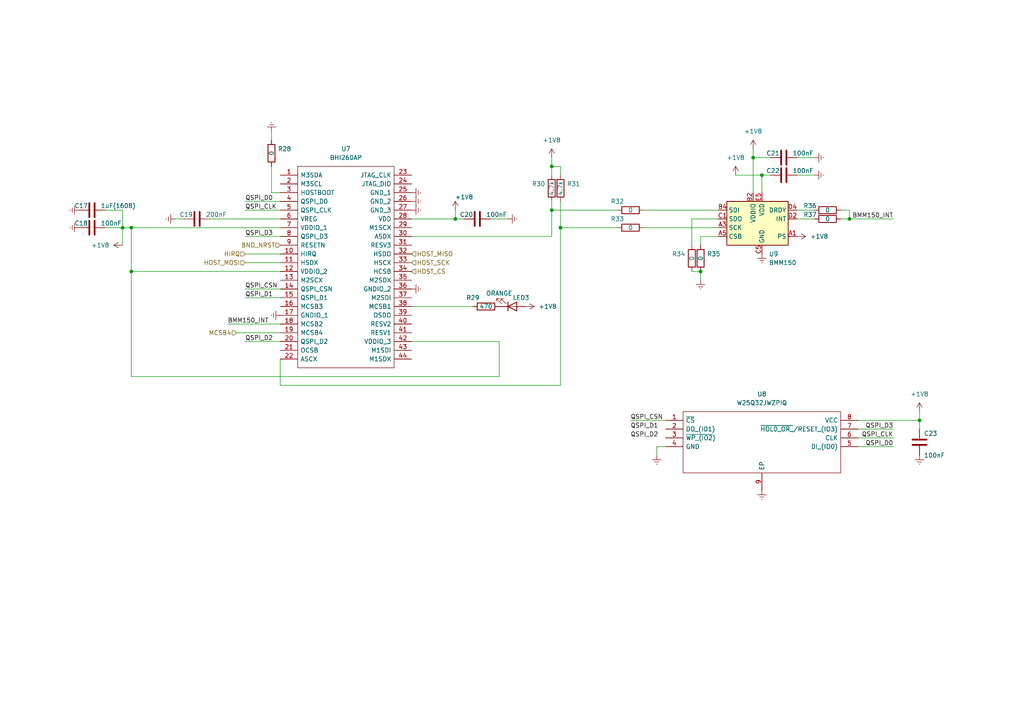
<source format=kicad_sch>
(kicad_sch (version 20211123) (generator eeschema)

  (uuid 97035f69-57fd-4171-a20a-7e1675d2c20d)

  (paper "A4")

  (title_block
    (date "2022-09-06")
  )

  (lib_symbols
    (symbol "BHI260AP:BHI260AP" (pin_names (offset 0.762)) (in_bom yes) (on_board yes)
      (property "Reference" "IC" (id 0) (at 34.29 7.62 0)
        (effects (font (size 1.27 1.27)) (justify left))
      )
      (property "Value" "BHI260AP" (id 1) (at 34.29 5.08 0)
        (effects (font (size 1.27 1.27)) (justify left))
      )
      (property "Footprint" "BHI260AP" (id 2) (at 34.29 2.54 0)
        (effects (font (size 1.27 1.27)) (justify left) hide)
      )
      (property "Datasheet" "https://www.bosch-sensortec.com/media/boschsensortec/downloads/datasheets/bst-bhi260ap-ds000.pdf" (id 3) (at 34.29 0 0)
        (effects (font (size 1.27 1.27)) (justify left) hide)
      )
      (property "Description" "Multiple Function Sensor Modules Self-Learning AI sensor with integrated microcontroller and an IMU" (id 4) (at 34.29 -2.54 0)
        (effects (font (size 1.27 1.27)) (justify left) hide)
      )
      (property "Height" "0.87" (id 5) (at 34.29 -5.08 0)
        (effects (font (size 1.27 1.27)) (justify left) hide)
      )
      (property "Mouser Part Number" "262-BHI260AP" (id 6) (at 34.29 -7.62 0)
        (effects (font (size 1.27 1.27)) (justify left) hide)
      )
      (property "Mouser Price/Stock" "https://www.mouser.co.uk/ProductDetail/Bosch-Sensortec/BHI260AP?qs=T94vaHKWudTEPTnGI%252BTy9w%3D%3D" (id 7) (at 34.29 -10.16 0)
        (effects (font (size 1.27 1.27)) (justify left) hide)
      )
      (property "Manufacturer_Name" "Bosch Sensortec" (id 8) (at 34.29 -12.7 0)
        (effects (font (size 1.27 1.27)) (justify left) hide)
      )
      (property "Manufacturer_Part_Number" "BHI260AP" (id 9) (at 34.29 -15.24 0)
        (effects (font (size 1.27 1.27)) (justify left) hide)
      )
      (symbol "BHI260AP_0_0"
        (pin passive line (at 0 0 0) (length 5.08)
          (name "M3SDA" (effects (font (size 1.27 1.27))))
          (number "1" (effects (font (size 1.27 1.27))))
        )
        (pin passive line (at 0 -22.86 0) (length 5.08)
          (name "HIRQ" (effects (font (size 1.27 1.27))))
          (number "10" (effects (font (size 1.27 1.27))))
        )
        (pin passive line (at 0 -25.4 0) (length 5.08)
          (name "HSDX" (effects (font (size 1.27 1.27))))
          (number "11" (effects (font (size 1.27 1.27))))
        )
        (pin passive line (at 0 -27.94 0) (length 5.08)
          (name "VDDIO_2" (effects (font (size 1.27 1.27))))
          (number "12" (effects (font (size 1.27 1.27))))
        )
        (pin passive line (at 0 -30.48 0) (length 5.08)
          (name "M2SCX" (effects (font (size 1.27 1.27))))
          (number "13" (effects (font (size 1.27 1.27))))
        )
        (pin passive line (at 0 -33.02 0) (length 5.08)
          (name "QSPI_CSN" (effects (font (size 1.27 1.27))))
          (number "14" (effects (font (size 1.27 1.27))))
        )
        (pin passive line (at 0 -35.56 0) (length 5.08)
          (name "QSPI_D1" (effects (font (size 1.27 1.27))))
          (number "15" (effects (font (size 1.27 1.27))))
        )
        (pin passive line (at 0 -38.1 0) (length 5.08)
          (name "MCSB3" (effects (font (size 1.27 1.27))))
          (number "16" (effects (font (size 1.27 1.27))))
        )
        (pin passive line (at 0 -40.64 0) (length 5.08)
          (name "GNDIO_1" (effects (font (size 1.27 1.27))))
          (number "17" (effects (font (size 1.27 1.27))))
        )
        (pin passive line (at 0 -43.18 0) (length 5.08)
          (name "MCSB2" (effects (font (size 1.27 1.27))))
          (number "18" (effects (font (size 1.27 1.27))))
        )
        (pin passive line (at 0 -45.72 0) (length 5.08)
          (name "MCSB4" (effects (font (size 1.27 1.27))))
          (number "19" (effects (font (size 1.27 1.27))))
        )
        (pin passive line (at 0 -2.54 0) (length 5.08)
          (name "M3SCL" (effects (font (size 1.27 1.27))))
          (number "2" (effects (font (size 1.27 1.27))))
        )
        (pin passive line (at 0 -48.26 0) (length 5.08)
          (name "QSPI_D2" (effects (font (size 1.27 1.27))))
          (number "20" (effects (font (size 1.27 1.27))))
        )
        (pin passive line (at 0 -50.8 0) (length 5.08)
          (name "OCSB" (effects (font (size 1.27 1.27))))
          (number "21" (effects (font (size 1.27 1.27))))
        )
        (pin passive line (at 0 -53.34 0) (length 5.08)
          (name "ASCX" (effects (font (size 1.27 1.27))))
          (number "22" (effects (font (size 1.27 1.27))))
        )
        (pin passive line (at 38.1 0 180) (length 5.08)
          (name "JTAG_CLK" (effects (font (size 1.27 1.27))))
          (number "23" (effects (font (size 1.27 1.27))))
        )
        (pin passive line (at 38.1 -2.54 180) (length 5.08)
          (name "JTAG_DIO" (effects (font (size 1.27 1.27))))
          (number "24" (effects (font (size 1.27 1.27))))
        )
        (pin passive line (at 38.1 -5.08 180) (length 5.08)
          (name "GND_1" (effects (font (size 1.27 1.27))))
          (number "25" (effects (font (size 1.27 1.27))))
        )
        (pin passive line (at 38.1 -7.62 180) (length 5.08)
          (name "GND_2" (effects (font (size 1.27 1.27))))
          (number "26" (effects (font (size 1.27 1.27))))
        )
        (pin passive line (at 38.1 -10.16 180) (length 5.08)
          (name "GND_3" (effects (font (size 1.27 1.27))))
          (number "27" (effects (font (size 1.27 1.27))))
        )
        (pin passive line (at 38.1 -12.7 180) (length 5.08)
          (name "VDD" (effects (font (size 1.27 1.27))))
          (number "28" (effects (font (size 1.27 1.27))))
        )
        (pin passive line (at 38.1 -15.24 180) (length 5.08)
          (name "M1SCX" (effects (font (size 1.27 1.27))))
          (number "29" (effects (font (size 1.27 1.27))))
        )
        (pin passive line (at 0 -5.08 0) (length 5.08)
          (name "HOSTBOOT" (effects (font (size 1.27 1.27))))
          (number "3" (effects (font (size 1.27 1.27))))
        )
        (pin passive line (at 38.1 -17.78 180) (length 5.08)
          (name "ASDX" (effects (font (size 1.27 1.27))))
          (number "30" (effects (font (size 1.27 1.27))))
        )
        (pin passive line (at 38.1 -20.32 180) (length 5.08)
          (name "RESV3" (effects (font (size 1.27 1.27))))
          (number "31" (effects (font (size 1.27 1.27))))
        )
        (pin passive line (at 38.1 -22.86 180) (length 5.08)
          (name "HSDO" (effects (font (size 1.27 1.27))))
          (number "32" (effects (font (size 1.27 1.27))))
        )
        (pin passive line (at 38.1 -25.4 180) (length 5.08)
          (name "HSCX" (effects (font (size 1.27 1.27))))
          (number "33" (effects (font (size 1.27 1.27))))
        )
        (pin passive line (at 38.1 -27.94 180) (length 5.08)
          (name "HCSB" (effects (font (size 1.27 1.27))))
          (number "34" (effects (font (size 1.27 1.27))))
        )
        (pin passive line (at 38.1 -30.48 180) (length 5.08)
          (name "M2SDX" (effects (font (size 1.27 1.27))))
          (number "35" (effects (font (size 1.27 1.27))))
        )
        (pin passive line (at 38.1 -33.02 180) (length 5.08)
          (name "GNDIO_2" (effects (font (size 1.27 1.27))))
          (number "36" (effects (font (size 1.27 1.27))))
        )
        (pin passive line (at 38.1 -35.56 180) (length 5.08)
          (name "M2SDI" (effects (font (size 1.27 1.27))))
          (number "37" (effects (font (size 1.27 1.27))))
        )
        (pin passive line (at 38.1 -38.1 180) (length 5.08)
          (name "MCSB1" (effects (font (size 1.27 1.27))))
          (number "38" (effects (font (size 1.27 1.27))))
        )
        (pin passive line (at 38.1 -40.64 180) (length 5.08)
          (name "OSDO" (effects (font (size 1.27 1.27))))
          (number "39" (effects (font (size 1.27 1.27))))
        )
        (pin passive line (at 0 -7.62 0) (length 5.08)
          (name "QSPI_D0" (effects (font (size 1.27 1.27))))
          (number "4" (effects (font (size 1.27 1.27))))
        )
        (pin passive line (at 38.1 -43.18 180) (length 5.08)
          (name "RESV2" (effects (font (size 1.27 1.27))))
          (number "40" (effects (font (size 1.27 1.27))))
        )
        (pin passive line (at 38.1 -45.72 180) (length 5.08)
          (name "RESV1" (effects (font (size 1.27 1.27))))
          (number "41" (effects (font (size 1.27 1.27))))
        )
        (pin passive line (at 38.1 -48.26 180) (length 5.08)
          (name "VDDIO_3" (effects (font (size 1.27 1.27))))
          (number "42" (effects (font (size 1.27 1.27))))
        )
        (pin passive line (at 38.1 -50.8 180) (length 5.08)
          (name "M1SDI" (effects (font (size 1.27 1.27))))
          (number "43" (effects (font (size 1.27 1.27))))
        )
        (pin passive line (at 38.1 -53.34 180) (length 5.08)
          (name "M1SDX" (effects (font (size 1.27 1.27))))
          (number "44" (effects (font (size 1.27 1.27))))
        )
        (pin passive line (at 0 -10.16 0) (length 5.08)
          (name "QSPI_CLK" (effects (font (size 1.27 1.27))))
          (number "5" (effects (font (size 1.27 1.27))))
        )
        (pin passive line (at 0 -12.7 0) (length 5.08)
          (name "VREG" (effects (font (size 1.27 1.27))))
          (number "6" (effects (font (size 1.27 1.27))))
        )
        (pin passive line (at 0 -15.24 0) (length 5.08)
          (name "VDDIO_1" (effects (font (size 1.27 1.27))))
          (number "7" (effects (font (size 1.27 1.27))))
        )
        (pin passive line (at 0 -17.78 0) (length 5.08)
          (name "QSPI_D3" (effects (font (size 1.27 1.27))))
          (number "8" (effects (font (size 1.27 1.27))))
        )
        (pin passive line (at 0 -20.32 0) (length 5.08)
          (name "RESETN" (effects (font (size 1.27 1.27))))
          (number "9" (effects (font (size 1.27 1.27))))
        )
      )
      (symbol "BHI260AP_0_1"
        (polyline
          (pts
            (xy 5.08 2.54)
            (xy 33.02 2.54)
            (xy 33.02 -55.88)
            (xy 5.08 -55.88)
            (xy 5.08 2.54)
          )
          (stroke (width 0.1524) (type default) (color 0 0 0 0))
          (fill (type none))
        )
      )
    )
    (symbol "Device:C" (pin_numbers hide) (pin_names (offset 0.254)) (in_bom yes) (on_board yes)
      (property "Reference" "C" (id 0) (at 0.635 2.54 0)
        (effects (font (size 1.27 1.27)) (justify left))
      )
      (property "Value" "C" (id 1) (at 0.635 -2.54 0)
        (effects (font (size 1.27 1.27)) (justify left))
      )
      (property "Footprint" "" (id 2) (at 0.9652 -3.81 0)
        (effects (font (size 1.27 1.27)) hide)
      )
      (property "Datasheet" "~" (id 3) (at 0 0 0)
        (effects (font (size 1.27 1.27)) hide)
      )
      (property "ki_keywords" "cap capacitor" (id 4) (at 0 0 0)
        (effects (font (size 1.27 1.27)) hide)
      )
      (property "ki_description" "Unpolarized capacitor" (id 5) (at 0 0 0)
        (effects (font (size 1.27 1.27)) hide)
      )
      (property "ki_fp_filters" "C_*" (id 6) (at 0 0 0)
        (effects (font (size 1.27 1.27)) hide)
      )
      (symbol "C_0_1"
        (polyline
          (pts
            (xy -2.032 -0.762)
            (xy 2.032 -0.762)
          )
          (stroke (width 0.508) (type default) (color 0 0 0 0))
          (fill (type none))
        )
        (polyline
          (pts
            (xy -2.032 0.762)
            (xy 2.032 0.762)
          )
          (stroke (width 0.508) (type default) (color 0 0 0 0))
          (fill (type none))
        )
      )
      (symbol "C_1_1"
        (pin passive line (at 0 3.81 270) (length 2.794)
          (name "~" (effects (font (size 1.27 1.27))))
          (number "1" (effects (font (size 1.27 1.27))))
        )
        (pin passive line (at 0 -3.81 90) (length 2.794)
          (name "~" (effects (font (size 1.27 1.27))))
          (number "2" (effects (font (size 1.27 1.27))))
        )
      )
    )
    (symbol "Device:LED" (pin_numbers hide) (pin_names (offset 1.016) hide) (in_bom yes) (on_board yes)
      (property "Reference" "D" (id 0) (at 0 2.54 0)
        (effects (font (size 1.27 1.27)))
      )
      (property "Value" "LED" (id 1) (at 0 -2.54 0)
        (effects (font (size 1.27 1.27)))
      )
      (property "Footprint" "" (id 2) (at 0 0 0)
        (effects (font (size 1.27 1.27)) hide)
      )
      (property "Datasheet" "~" (id 3) (at 0 0 0)
        (effects (font (size 1.27 1.27)) hide)
      )
      (property "ki_keywords" "LED diode" (id 4) (at 0 0 0)
        (effects (font (size 1.27 1.27)) hide)
      )
      (property "ki_description" "Light emitting diode" (id 5) (at 0 0 0)
        (effects (font (size 1.27 1.27)) hide)
      )
      (property "ki_fp_filters" "LED* LED_SMD:* LED_THT:*" (id 6) (at 0 0 0)
        (effects (font (size 1.27 1.27)) hide)
      )
      (symbol "LED_0_1"
        (polyline
          (pts
            (xy -1.27 -1.27)
            (xy -1.27 1.27)
          )
          (stroke (width 0.254) (type default) (color 0 0 0 0))
          (fill (type none))
        )
        (polyline
          (pts
            (xy -1.27 0)
            (xy 1.27 0)
          )
          (stroke (width 0) (type default) (color 0 0 0 0))
          (fill (type none))
        )
        (polyline
          (pts
            (xy 1.27 -1.27)
            (xy 1.27 1.27)
            (xy -1.27 0)
            (xy 1.27 -1.27)
          )
          (stroke (width 0.254) (type default) (color 0 0 0 0))
          (fill (type none))
        )
        (polyline
          (pts
            (xy -3.048 -0.762)
            (xy -4.572 -2.286)
            (xy -3.81 -2.286)
            (xy -4.572 -2.286)
            (xy -4.572 -1.524)
          )
          (stroke (width 0) (type default) (color 0 0 0 0))
          (fill (type none))
        )
        (polyline
          (pts
            (xy -1.778 -0.762)
            (xy -3.302 -2.286)
            (xy -2.54 -2.286)
            (xy -3.302 -2.286)
            (xy -3.302 -1.524)
          )
          (stroke (width 0) (type default) (color 0 0 0 0))
          (fill (type none))
        )
      )
      (symbol "LED_1_1"
        (pin passive line (at -3.81 0 0) (length 2.54)
          (name "K" (effects (font (size 1.27 1.27))))
          (number "1" (effects (font (size 1.27 1.27))))
        )
        (pin passive line (at 3.81 0 180) (length 2.54)
          (name "A" (effects (font (size 1.27 1.27))))
          (number "2" (effects (font (size 1.27 1.27))))
        )
      )
    )
    (symbol "Device:R" (pin_numbers hide) (pin_names (offset 0)) (in_bom yes) (on_board yes)
      (property "Reference" "R" (id 0) (at 2.032 0 90)
        (effects (font (size 1.27 1.27)))
      )
      (property "Value" "R" (id 1) (at 0 0 90)
        (effects (font (size 1.27 1.27)))
      )
      (property "Footprint" "" (id 2) (at -1.778 0 90)
        (effects (font (size 1.27 1.27)) hide)
      )
      (property "Datasheet" "~" (id 3) (at 0 0 0)
        (effects (font (size 1.27 1.27)) hide)
      )
      (property "ki_keywords" "R res resistor" (id 4) (at 0 0 0)
        (effects (font (size 1.27 1.27)) hide)
      )
      (property "ki_description" "Resistor" (id 5) (at 0 0 0)
        (effects (font (size 1.27 1.27)) hide)
      )
      (property "ki_fp_filters" "R_*" (id 6) (at 0 0 0)
        (effects (font (size 1.27 1.27)) hide)
      )
      (symbol "R_0_1"
        (rectangle (start -1.016 -2.54) (end 1.016 2.54)
          (stroke (width 0.254) (type default) (color 0 0 0 0))
          (fill (type none))
        )
      )
      (symbol "R_1_1"
        (pin passive line (at 0 3.81 270) (length 1.27)
          (name "~" (effects (font (size 1.27 1.27))))
          (number "1" (effects (font (size 1.27 1.27))))
        )
        (pin passive line (at 0 -3.81 90) (length 1.27)
          (name "~" (effects (font (size 1.27 1.27))))
          (number "2" (effects (font (size 1.27 1.27))))
        )
      )
    )
    (symbol "Sensor_Magnetic:BMM150" (in_bom yes) (on_board yes)
      (property "Reference" "U" (id 0) (at -10.16 6.35 0)
        (effects (font (size 1.27 1.27)) (justify left))
      )
      (property "Value" "BMM150" (id 1) (at 7.62 6.35 0)
        (effects (font (size 1.27 1.27)) (justify right))
      )
      (property "Footprint" "Package_CSP:WLCSP-12_1.56x1.56mm_P0.4mm" (id 2) (at -11.43 3.81 0)
        (effects (font (size 1.27 1.27)) hide)
      )
      (property "Datasheet" "https://www.mouser.com/datasheet/2/783/BST-BMM150-DS001-01-786480.pdf" (id 3) (at -8.89 6.35 0)
        (effects (font (size 1.27 1.27)) hide)
      )
      (property "ki_keywords" "BOSH Geomagnetic Sensor" (id 4) (at 0 0 0)
        (effects (font (size 1.27 1.27)) hide)
      )
      (property "ki_description" "Geomagnetic Sensor, WLCSP-12" (id 5) (at 0 0 0)
        (effects (font (size 1.27 1.27)) hide)
      )
      (property "ki_fp_filters" "WLCSP*1.56x1.56mm*P0.4mm*" (id 6) (at 0 0 0)
        (effects (font (size 1.27 1.27)) hide)
      )
      (symbol "BMM150_0_1"
        (rectangle (start -10.16 5.08) (end 7.62 -7.62)
          (stroke (width 0.254) (type default) (color 0 0 0 0))
          (fill (type background))
        )
      )
      (symbol "BMM150_1_1"
        (pin input line (at 10.16 -5.08 180) (length 2.54)
          (name "PS" (effects (font (size 1.27 1.27))))
          (number "A1" (effects (font (size 1.27 1.27))))
        )
        (pin bidirectional line (at -12.7 -2.54 0) (length 2.54)
          (name "SCK" (effects (font (size 1.27 1.27))))
          (number "A3" (effects (font (size 1.27 1.27))))
        )
        (pin input line (at -12.7 -5.08 0) (length 2.54)
          (name "CSB" (effects (font (size 1.27 1.27))))
          (number "A5" (effects (font (size 1.27 1.27))))
        )
        (pin power_in line (at -2.54 7.62 270) (length 2.54)
          (name "VDDIO" (effects (font (size 1.27 1.27))))
          (number "B2" (effects (font (size 1.27 1.27))))
        )
        (pin bidirectional line (at -12.7 2.54 0) (length 2.54)
          (name "SDI" (effects (font (size 1.27 1.27))))
          (number "B4" (effects (font (size 1.27 1.27))))
        )
        (pin bidirectional line (at -12.7 0 0) (length 2.54)
          (name "SDO" (effects (font (size 1.27 1.27))))
          (number "C1" (effects (font (size 1.27 1.27))))
        )
        (pin power_in line (at 0 -10.16 90) (length 2.54)
          (name "GND" (effects (font (size 1.27 1.27))))
          (number "C5" (effects (font (size 1.27 1.27))))
        )
        (pin output line (at 10.16 0 180) (length 2.54)
          (name "INT" (effects (font (size 1.27 1.27))))
          (number "D2" (effects (font (size 1.27 1.27))))
        )
        (pin output line (at 10.16 2.54 180) (length 2.54)
          (name "DRDY" (effects (font (size 1.27 1.27))))
          (number "D4" (effects (font (size 1.27 1.27))))
        )
        (pin passive line (at 0 -10.16 90) (length 2.54) hide
          (name "GND" (effects (font (size 1.27 1.27))))
          (number "E1" (effects (font (size 1.27 1.27))))
        )
        (pin passive line (at 0 -10.16 90) (length 2.54) hide
          (name "GND" (effects (font (size 1.27 1.27))))
          (number "E3" (effects (font (size 1.27 1.27))))
        )
        (pin power_in line (at 0 7.62 270) (length 2.54)
          (name "VDD" (effects (font (size 1.27 1.27))))
          (number "E5" (effects (font (size 1.27 1.27))))
        )
      )
    )
    (symbol "W25Q32JWZPIQ:W25Q32JWZPIQ" (pin_names (offset 0.762)) (in_bom yes) (on_board yes)
      (property "Reference" "IC" (id 0) (at 52.07 7.62 0)
        (effects (font (size 1.27 1.27)) (justify left))
      )
      (property "Value" "W25Q32JWZPIQ" (id 1) (at 52.07 5.08 0)
        (effects (font (size 1.27 1.27)) (justify left))
      )
      (property "Footprint" "SON127P600X500X80-9N-D" (id 2) (at 52.07 2.54 0)
        (effects (font (size 1.27 1.27)) (justify left) hide)
      )
      (property "Datasheet" "https://componentsearchengine.com/Datasheets/1/W25Q32JWZPIQ.pdf" (id 3) (at 52.07 0 0)
        (effects (font (size 1.27 1.27)) (justify left) hide)
      )
      (property "Description" "NOR Flash" (id 4) (at 52.07 -2.54 0)
        (effects (font (size 1.27 1.27)) (justify left) hide)
      )
      (property "Height" "0.8" (id 5) (at 52.07 -5.08 0)
        (effects (font (size 1.27 1.27)) (justify left) hide)
      )
      (property "Mouser Part Number" "454-W25Q32JWZPIQ" (id 6) (at 52.07 -7.62 0)
        (effects (font (size 1.27 1.27)) (justify left) hide)
      )
      (property "Mouser Price/Stock" "https://www.mouser.co.uk/ProductDetail/Winbond/W25Q32JWZPIQ?qs=qSfuJ%252Bfl%2Fd6ClextVgf8%252Bg%3D%3D" (id 7) (at 52.07 -10.16 0)
        (effects (font (size 1.27 1.27)) (justify left) hide)
      )
      (property "Manufacturer_Name" "Winbond" (id 8) (at 52.07 -12.7 0)
        (effects (font (size 1.27 1.27)) (justify left) hide)
      )
      (property "Manufacturer_Part_Number" "W25Q32JWZPIQ" (id 9) (at 52.07 -15.24 0)
        (effects (font (size 1.27 1.27)) (justify left) hide)
      )
      (symbol "W25Q32JWZPIQ_0_0"
        (pin passive line (at 0 0 0) (length 5.08)
          (name "~{CS}" (effects (font (size 1.27 1.27))))
          (number "1" (effects (font (size 1.27 1.27))))
        )
        (pin passive line (at 0 -2.54 0) (length 5.08)
          (name "DO_(IO1)" (effects (font (size 1.27 1.27))))
          (number "2" (effects (font (size 1.27 1.27))))
        )
        (pin passive line (at 0 -5.08 0) (length 5.08)
          (name "~{WP_(IO2})" (effects (font (size 1.27 1.27))))
          (number "3" (effects (font (size 1.27 1.27))))
        )
        (pin passive line (at 0 -7.62 0) (length 5.08)
          (name "GND" (effects (font (size 1.27 1.27))))
          (number "4" (effects (font (size 1.27 1.27))))
        )
        (pin passive line (at 55.88 -7.62 180) (length 5.08)
          (name "DI_(IO0)" (effects (font (size 1.27 1.27))))
          (number "5" (effects (font (size 1.27 1.27))))
        )
        (pin passive line (at 55.88 -5.08 180) (length 5.08)
          (name "CLK" (effects (font (size 1.27 1.27))))
          (number "6" (effects (font (size 1.27 1.27))))
        )
        (pin passive line (at 55.88 -2.54 180) (length 5.08)
          (name "~{HOLD_OR_}/RESET_(IO3)" (effects (font (size 1.27 1.27))))
          (number "7" (effects (font (size 1.27 1.27))))
        )
        (pin passive line (at 55.88 0 180) (length 5.08)
          (name "VCC" (effects (font (size 1.27 1.27))))
          (number "8" (effects (font (size 1.27 1.27))))
        )
        (pin passive line (at 27.94 -20.32 90) (length 5.08)
          (name "EP" (effects (font (size 1.27 1.27))))
          (number "9" (effects (font (size 1.27 1.27))))
        )
      )
      (symbol "W25Q32JWZPIQ_0_1"
        (polyline
          (pts
            (xy 5.08 2.54)
            (xy 50.8 2.54)
            (xy 50.8 -15.24)
            (xy 5.08 -15.24)
            (xy 5.08 2.54)
          )
          (stroke (width 0.1524) (type default) (color 0 0 0 0))
          (fill (type none))
        )
      )
    )
    (symbol "power:+1V8" (power) (pin_names (offset 0)) (in_bom yes) (on_board yes)
      (property "Reference" "#PWR" (id 0) (at 0 -3.81 0)
        (effects (font (size 1.27 1.27)) hide)
      )
      (property "Value" "+1V8" (id 1) (at 0 3.556 0)
        (effects (font (size 1.27 1.27)))
      )
      (property "Footprint" "" (id 2) (at 0 0 0)
        (effects (font (size 1.27 1.27)) hide)
      )
      (property "Datasheet" "" (id 3) (at 0 0 0)
        (effects (font (size 1.27 1.27)) hide)
      )
      (property "ki_keywords" "power-flag" (id 4) (at 0 0 0)
        (effects (font (size 1.27 1.27)) hide)
      )
      (property "ki_description" "Power symbol creates a global label with name \"+1V8\"" (id 5) (at 0 0 0)
        (effects (font (size 1.27 1.27)) hide)
      )
      (symbol "+1V8_0_1"
        (polyline
          (pts
            (xy -0.762 1.27)
            (xy 0 2.54)
          )
          (stroke (width 0) (type default) (color 0 0 0 0))
          (fill (type none))
        )
        (polyline
          (pts
            (xy 0 0)
            (xy 0 2.54)
          )
          (stroke (width 0) (type default) (color 0 0 0 0))
          (fill (type none))
        )
        (polyline
          (pts
            (xy 0 2.54)
            (xy 0.762 1.27)
          )
          (stroke (width 0) (type default) (color 0 0 0 0))
          (fill (type none))
        )
      )
      (symbol "+1V8_1_1"
        (pin power_in line (at 0 0 90) (length 0) hide
          (name "+1V8" (effects (font (size 1.27 1.27))))
          (number "1" (effects (font (size 1.27 1.27))))
        )
      )
    )
    (symbol "power:Earth" (power) (pin_names (offset 0)) (in_bom yes) (on_board yes)
      (property "Reference" "#PWR" (id 0) (at 0 -6.35 0)
        (effects (font (size 1.27 1.27)) hide)
      )
      (property "Value" "Earth" (id 1) (at 0 -3.81 0)
        (effects (font (size 1.27 1.27)) hide)
      )
      (property "Footprint" "" (id 2) (at 0 0 0)
        (effects (font (size 1.27 1.27)) hide)
      )
      (property "Datasheet" "~" (id 3) (at 0 0 0)
        (effects (font (size 1.27 1.27)) hide)
      )
      (property "ki_keywords" "power-flag ground gnd" (id 4) (at 0 0 0)
        (effects (font (size 1.27 1.27)) hide)
      )
      (property "ki_description" "Power symbol creates a global label with name \"Earth\"" (id 5) (at 0 0 0)
        (effects (font (size 1.27 1.27)) hide)
      )
      (symbol "Earth_0_1"
        (polyline
          (pts
            (xy -0.635 -1.905)
            (xy 0.635 -1.905)
          )
          (stroke (width 0) (type default) (color 0 0 0 0))
          (fill (type none))
        )
        (polyline
          (pts
            (xy -0.127 -2.54)
            (xy 0.127 -2.54)
          )
          (stroke (width 0) (type default) (color 0 0 0 0))
          (fill (type none))
        )
        (polyline
          (pts
            (xy 0 -1.27)
            (xy 0 0)
          )
          (stroke (width 0) (type default) (color 0 0 0 0))
          (fill (type none))
        )
        (polyline
          (pts
            (xy 1.27 -1.27)
            (xy -1.27 -1.27)
          )
          (stroke (width 0) (type default) (color 0 0 0 0))
          (fill (type none))
        )
      )
      (symbol "Earth_1_1"
        (pin power_in line (at 0 0 270) (length 0) hide
          (name "Earth" (effects (font (size 1.27 1.27))))
          (number "1" (effects (font (size 1.27 1.27))))
        )
      )
    )
  )

  (junction (at 38.1 66.04) (diameter 0) (color 0 0 0 0)
    (uuid 05a3dc7b-7b35-4989-aef9-51799f435892)
  )
  (junction (at 162.56 66.04) (diameter 0) (color 0 0 0 0)
    (uuid 0b218761-802f-4ac3-b15b-1f221930742d)
  )
  (junction (at 203.2 78.74) (diameter 0) (color 0 0 0 0)
    (uuid 0ca372db-6617-4a73-8fd5-7142a636ded1)
  )
  (junction (at 220.98 50.8) (diameter 0) (color 0 0 0 0)
    (uuid 2b36a58d-af2f-432a-b605-75aea12265c5)
  )
  (junction (at 160.02 60.96) (diameter 0) (color 0 0 0 0)
    (uuid 48f7dba6-5409-423f-8b87-5bce1e415f0e)
  )
  (junction (at 35.56 66.04) (diameter 0) (color 0 0 0 0)
    (uuid 55f97d2c-9e2b-4c83-8cf3-952a72595470)
  )
  (junction (at 218.44 45.72) (diameter 0) (color 0 0 0 0)
    (uuid 70879d0c-62f4-45f9-be58-10215a85e615)
  )
  (junction (at 132.08 63.5) (diameter 0) (color 0 0 0 0)
    (uuid a2abd80f-a976-4e32-a80d-d19c20b788f0)
  )
  (junction (at 246.38 63.5) (diameter 0) (color 0 0 0 0)
    (uuid bcab480c-0aca-47bb-b9e3-d148b9cefbe4)
  )
  (junction (at 266.7 121.92) (diameter 0) (color 0 0 0 0)
    (uuid c666c9f4-43c6-4cd3-b84a-f60a7867044b)
  )
  (junction (at 38.1 78.74) (diameter 0) (color 0 0 0 0)
    (uuid c90f2145-9c57-4fc6-ab2a-d459d3cbf795)
  )
  (junction (at 160.02 48.26) (diameter 0) (color 0 0 0 0)
    (uuid ea236f89-4735-4353-bd63-513a70eee792)
  )

  (wire (pts (xy 160.02 60.96) (xy 179.07 60.96))
    (stroke (width 0) (type default) (color 0 0 0 0))
    (uuid 0292d5bd-fe92-4298-bcab-ef04af7f12c8)
  )
  (wire (pts (xy 81.28 66.04) (xy 38.1 66.04))
    (stroke (width 0) (type default) (color 0 0 0 0))
    (uuid 055060ca-1a37-48e0-a8c9-737d9198cf83)
  )
  (wire (pts (xy 218.44 45.72) (xy 223.52 45.72))
    (stroke (width 0) (type default) (color 0 0 0 0))
    (uuid 0827168f-d7ea-4a82-aab1-52341f8db407)
  )
  (wire (pts (xy 162.56 48.26) (xy 160.02 48.26))
    (stroke (width 0) (type default) (color 0 0 0 0))
    (uuid 0c537423-a53c-4ca2-a1e9-4fe72fa583de)
  )
  (wire (pts (xy 132.08 63.5) (xy 134.62 63.5))
    (stroke (width 0) (type default) (color 0 0 0 0))
    (uuid 114a5c05-7661-4ab8-9bb8-9f7dbe7cad60)
  )
  (wire (pts (xy 213.36 50.8) (xy 220.98 50.8))
    (stroke (width 0) (type default) (color 0 0 0 0))
    (uuid 12920829-1c8e-4dfc-8f32-7c7c555c08b5)
  )
  (wire (pts (xy 231.14 63.5) (xy 236.22 63.5))
    (stroke (width 0) (type default) (color 0 0 0 0))
    (uuid 1628f224-e4c5-413c-8598-433f2966a5f7)
  )
  (wire (pts (xy 162.56 111.76) (xy 162.56 66.04))
    (stroke (width 0) (type default) (color 0 0 0 0))
    (uuid 16503725-b64c-4bbe-aed3-0ff13293643b)
  )
  (wire (pts (xy 71.12 60.96) (xy 81.28 60.96))
    (stroke (width 0) (type default) (color 0 0 0 0))
    (uuid 2066f0a4-6f59-4d83-b3eb-7ec226fd2880)
  )
  (wire (pts (xy 203.2 71.12) (xy 203.2 68.58))
    (stroke (width 0) (type default) (color 0 0 0 0))
    (uuid 260616aa-b2b2-4513-9273-da215e307490)
  )
  (wire (pts (xy 66.04 93.98) (xy 81.28 93.98))
    (stroke (width 0) (type default) (color 0 0 0 0))
    (uuid 270dde8e-ed6c-41a9-a2a5-c879762448c3)
  )
  (wire (pts (xy 132.08 60.96) (xy 132.08 63.5))
    (stroke (width 0) (type default) (color 0 0 0 0))
    (uuid 2aba6a5c-6889-4051-8219-6dfd4f956321)
  )
  (wire (pts (xy 162.56 50.8) (xy 162.56 48.26))
    (stroke (width 0) (type default) (color 0 0 0 0))
    (uuid 2e2d1065-a2a7-4006-b433-cae3b7aabee2)
  )
  (wire (pts (xy 246.38 63.5) (xy 259.08 63.5))
    (stroke (width 0) (type default) (color 0 0 0 0))
    (uuid 3005dfe6-c066-4eee-aac8-84727b0adb8e)
  )
  (wire (pts (xy 266.7 121.92) (xy 266.7 124.46))
    (stroke (width 0) (type default) (color 0 0 0 0))
    (uuid 3acfbe9f-8b69-41d2-928c-3565ec7e5947)
  )
  (wire (pts (xy 220.98 50.8) (xy 220.98 55.88))
    (stroke (width 0) (type default) (color 0 0 0 0))
    (uuid 493bdd70-064a-4ba7-8b21-c776aa087a46)
  )
  (wire (pts (xy 203.2 78.74) (xy 203.2 81.28))
    (stroke (width 0) (type default) (color 0 0 0 0))
    (uuid 52d62cc3-a9fa-449d-a6b8-cc2b040910b5)
  )
  (wire (pts (xy 266.7 119.38) (xy 266.7 121.92))
    (stroke (width 0) (type default) (color 0 0 0 0))
    (uuid 5497c22f-3336-44d3-a60c-d264df45fe8c)
  )
  (wire (pts (xy 160.02 58.42) (xy 160.02 60.96))
    (stroke (width 0) (type default) (color 0 0 0 0))
    (uuid 5f0ee757-f9b5-4627-9eeb-7cff99e96a2a)
  )
  (wire (pts (xy 81.28 55.88) (xy 78.74 55.88))
    (stroke (width 0) (type default) (color 0 0 0 0))
    (uuid 61718827-ef1c-417c-89e9-72f2f730de84)
  )
  (wire (pts (xy 218.44 43.18) (xy 218.44 45.72))
    (stroke (width 0) (type default) (color 0 0 0 0))
    (uuid 61b7585d-2b5c-41f1-8be2-c680c7a7e956)
  )
  (wire (pts (xy 182.88 121.92) (xy 193.04 121.92))
    (stroke (width 0) (type default) (color 0 0 0 0))
    (uuid 61c7fbb1-c552-465b-b828-43607fb7aa97)
  )
  (wire (pts (xy 78.74 55.88) (xy 78.74 48.26))
    (stroke (width 0) (type default) (color 0 0 0 0))
    (uuid 690d10f5-7cc9-4daf-a0c4-42f495ae95e5)
  )
  (wire (pts (xy 162.56 66.04) (xy 179.07 66.04))
    (stroke (width 0) (type default) (color 0 0 0 0))
    (uuid 69f1d55f-6320-40f5-a7b2-e2f69c5dbac2)
  )
  (wire (pts (xy 38.1 109.22) (xy 144.78 109.22))
    (stroke (width 0) (type default) (color 0 0 0 0))
    (uuid 6b0f51f5-1c66-4c69-81f1-d0152278c1bb)
  )
  (wire (pts (xy 231.14 45.72) (xy 236.22 45.72))
    (stroke (width 0) (type default) (color 0 0 0 0))
    (uuid 6f08d228-2771-403f-b154-ef74f962d345)
  )
  (wire (pts (xy 160.02 68.58) (xy 160.02 60.96))
    (stroke (width 0) (type default) (color 0 0 0 0))
    (uuid 6f3c6636-d5fa-41fa-b553-edc9dfcc5c4c)
  )
  (wire (pts (xy 246.38 60.96) (xy 246.38 63.5))
    (stroke (width 0) (type default) (color 0 0 0 0))
    (uuid 6f56314d-683a-4fa0-adff-b94e2a9eacb7)
  )
  (wire (pts (xy 190.5 129.54) (xy 193.04 129.54))
    (stroke (width 0) (type default) (color 0 0 0 0))
    (uuid 6fbf8253-cf82-4ada-8d19-145831e122ab)
  )
  (wire (pts (xy 35.56 66.04) (xy 35.56 71.12))
    (stroke (width 0) (type default) (color 0 0 0 0))
    (uuid 7b7fda65-5039-4194-92b9-ef68a092304c)
  )
  (wire (pts (xy 160.02 48.26) (xy 160.02 50.8))
    (stroke (width 0) (type default) (color 0 0 0 0))
    (uuid 7ed88650-db65-4c39-be7c-281863d9594c)
  )
  (wire (pts (xy 50.8 63.5) (xy 53.34 63.5))
    (stroke (width 0) (type default) (color 0 0 0 0))
    (uuid 84d5e66b-b284-4f7a-ba1d-de03533dfcde)
  )
  (wire (pts (xy 68.58 96.52) (xy 81.28 96.52))
    (stroke (width 0) (type default) (color 0 0 0 0))
    (uuid 8642d971-c531-49c5-becd-654cd621eb3d)
  )
  (wire (pts (xy 30.48 66.04) (xy 35.56 66.04))
    (stroke (width 0) (type default) (color 0 0 0 0))
    (uuid 8781f09d-fe81-4745-ae8c-d324ce06c230)
  )
  (wire (pts (xy 144.78 109.22) (xy 144.78 99.06))
    (stroke (width 0) (type default) (color 0 0 0 0))
    (uuid 904ab2d4-0a8b-4176-bcea-8690b3213aa9)
  )
  (wire (pts (xy 71.12 83.82) (xy 81.28 83.82))
    (stroke (width 0) (type default) (color 0 0 0 0))
    (uuid 9367a980-1a5b-4aa7-be4c-ba5363be342e)
  )
  (wire (pts (xy 248.92 121.92) (xy 266.7 121.92))
    (stroke (width 0) (type default) (color 0 0 0 0))
    (uuid 95062cb6-b2ff-445f-94ea-21b687d81deb)
  )
  (wire (pts (xy 38.1 78.74) (xy 38.1 66.04))
    (stroke (width 0) (type default) (color 0 0 0 0))
    (uuid 960e6250-8b83-46e1-b3a2-f9e168dd4700)
  )
  (wire (pts (xy 71.12 58.42) (xy 81.28 58.42))
    (stroke (width 0) (type default) (color 0 0 0 0))
    (uuid 9a611a93-cda8-4fb2-b127-d1f441d6af4a)
  )
  (wire (pts (xy 231.14 50.8) (xy 236.22 50.8))
    (stroke (width 0) (type default) (color 0 0 0 0))
    (uuid 9b71c855-9cf3-4844-a815-d735a34a444e)
  )
  (wire (pts (xy 243.84 60.96) (xy 246.38 60.96))
    (stroke (width 0) (type default) (color 0 0 0 0))
    (uuid a1fb38a1-2192-44de-9ef0-87ce9fe6b443)
  )
  (wire (pts (xy 119.38 88.9) (xy 137.16 88.9))
    (stroke (width 0) (type default) (color 0 0 0 0))
    (uuid a7bde417-5271-4681-b2b9-5dc5cabf3e29)
  )
  (wire (pts (xy 142.24 63.5) (xy 147.32 63.5))
    (stroke (width 0) (type default) (color 0 0 0 0))
    (uuid a9ba9516-6f78-47e6-9266-d4af3ff8afcf)
  )
  (wire (pts (xy 186.69 60.96) (xy 208.28 60.96))
    (stroke (width 0) (type default) (color 0 0 0 0))
    (uuid ab067f14-6543-47be-a3a4-58c123b43ce3)
  )
  (wire (pts (xy 71.12 68.58) (xy 81.28 68.58))
    (stroke (width 0) (type default) (color 0 0 0 0))
    (uuid af1d4592-b948-478f-9140-d36f9185953e)
  )
  (wire (pts (xy 71.12 73.66) (xy 81.28 73.66))
    (stroke (width 0) (type default) (color 0 0 0 0))
    (uuid afc257b9-e78b-43ba-83c9-31772a5fbe66)
  )
  (wire (pts (xy 78.74 38.1) (xy 78.74 40.64))
    (stroke (width 0) (type default) (color 0 0 0 0))
    (uuid b7d3a414-9112-46f0-897a-df3e00d1c3d6)
  )
  (wire (pts (xy 30.48 60.96) (xy 35.56 60.96))
    (stroke (width 0) (type default) (color 0 0 0 0))
    (uuid bb66e529-dee4-4fee-a579-5cb94e5a3788)
  )
  (wire (pts (xy 81.28 111.76) (xy 162.56 111.76))
    (stroke (width 0) (type default) (color 0 0 0 0))
    (uuid c0a2a7b2-7110-4969-920e-c817046753d5)
  )
  (wire (pts (xy 186.69 66.04) (xy 208.28 66.04))
    (stroke (width 0) (type default) (color 0 0 0 0))
    (uuid c1e6bae4-4491-44fb-90a8-5b1a75d99df4)
  )
  (wire (pts (xy 243.84 63.5) (xy 246.38 63.5))
    (stroke (width 0) (type default) (color 0 0 0 0))
    (uuid c294f6b2-3ee6-4997-871c-e621470760c2)
  )
  (wire (pts (xy 248.92 124.46) (xy 259.08 124.46))
    (stroke (width 0) (type default) (color 0 0 0 0))
    (uuid c6f11972-b77e-402a-b1e3-74175c85ad49)
  )
  (wire (pts (xy 71.12 86.36) (xy 81.28 86.36))
    (stroke (width 0) (type default) (color 0 0 0 0))
    (uuid c99aa988-4139-4394-85c5-e113b0946375)
  )
  (wire (pts (xy 144.78 99.06) (xy 119.38 99.06))
    (stroke (width 0) (type default) (color 0 0 0 0))
    (uuid cc594de7-09a0-4cce-888b-cb4ba7b3b82b)
  )
  (wire (pts (xy 119.38 63.5) (xy 132.08 63.5))
    (stroke (width 0) (type default) (color 0 0 0 0))
    (uuid ccee3df0-bb19-4938-a245-36c0644ef680)
  )
  (wire (pts (xy 162.56 58.42) (xy 162.56 66.04))
    (stroke (width 0) (type default) (color 0 0 0 0))
    (uuid d18df4ad-4a10-4f5b-b98f-5fe59e30595c)
  )
  (wire (pts (xy 60.96 63.5) (xy 81.28 63.5))
    (stroke (width 0) (type default) (color 0 0 0 0))
    (uuid d54dc3fe-ac6f-4043-a9f5-e5feeb672061)
  )
  (wire (pts (xy 200.66 78.74) (xy 203.2 78.74))
    (stroke (width 0) (type default) (color 0 0 0 0))
    (uuid d593fc7a-a6e0-449c-a043-ab4c602c3144)
  )
  (wire (pts (xy 200.66 71.12) (xy 200.66 63.5))
    (stroke (width 0) (type default) (color 0 0 0 0))
    (uuid d88bda86-57cf-4c15-bf69-103a5216cff1)
  )
  (wire (pts (xy 38.1 66.04) (xy 35.56 66.04))
    (stroke (width 0) (type default) (color 0 0 0 0))
    (uuid dd4f39cb-81df-4abb-9cb6-0697457ec52e)
  )
  (wire (pts (xy 200.66 63.5) (xy 208.28 63.5))
    (stroke (width 0) (type default) (color 0 0 0 0))
    (uuid e733c07d-8cd7-4870-b4bf-a569e9d35ebc)
  )
  (wire (pts (xy 81.28 104.14) (xy 81.28 111.76))
    (stroke (width 0) (type default) (color 0 0 0 0))
    (uuid e7b8f75c-a656-44c3-9a47-0a4ca28aee22)
  )
  (wire (pts (xy 160.02 45.72) (xy 160.02 48.26))
    (stroke (width 0) (type default) (color 0 0 0 0))
    (uuid e7d03f84-953c-49b9-89a0-4ed0aa98955d)
  )
  (wire (pts (xy 38.1 78.74) (xy 38.1 109.22))
    (stroke (width 0) (type default) (color 0 0 0 0))
    (uuid e90cbe69-b66a-4ede-affa-e5c9635d0ee3)
  )
  (wire (pts (xy 119.38 68.58) (xy 160.02 68.58))
    (stroke (width 0) (type default) (color 0 0 0 0))
    (uuid e94bc847-65cc-4634-883b-aed8b8c64397)
  )
  (wire (pts (xy 71.12 76.2) (xy 81.28 76.2))
    (stroke (width 0) (type default) (color 0 0 0 0))
    (uuid e9d38bab-58de-4cc1-bb2a-13f455b2d581)
  )
  (wire (pts (xy 203.2 68.58) (xy 208.28 68.58))
    (stroke (width 0) (type default) (color 0 0 0 0))
    (uuid ea1c9f52-b1ca-4be9-8339-fca43590899b)
  )
  (wire (pts (xy 231.14 60.96) (xy 236.22 60.96))
    (stroke (width 0) (type default) (color 0 0 0 0))
    (uuid f0fadffc-3f50-46e9-a4d8-b5a205610ca3)
  )
  (wire (pts (xy 220.98 50.8) (xy 223.52 50.8))
    (stroke (width 0) (type default) (color 0 0 0 0))
    (uuid f1046270-2fd7-4a10-a833-84e39273fdee)
  )
  (wire (pts (xy 218.44 45.72) (xy 218.44 55.88))
    (stroke (width 0) (type default) (color 0 0 0 0))
    (uuid f295b310-a270-4c32-a1af-0c68d392f189)
  )
  (wire (pts (xy 71.12 99.06) (xy 81.28 99.06))
    (stroke (width 0) (type default) (color 0 0 0 0))
    (uuid f389d25c-24b8-474a-b997-771694745a37)
  )
  (wire (pts (xy 248.92 127) (xy 259.08 127))
    (stroke (width 0) (type default) (color 0 0 0 0))
    (uuid f533ae90-7abd-478a-a14e-9b2b21b8c0d6)
  )
  (wire (pts (xy 248.92 129.54) (xy 259.08 129.54))
    (stroke (width 0) (type default) (color 0 0 0 0))
    (uuid f65f7953-bd82-4d14-91fc-7d22225da49c)
  )
  (wire (pts (xy 81.28 78.74) (xy 38.1 78.74))
    (stroke (width 0) (type default) (color 0 0 0 0))
    (uuid f8d85bdb-4426-4c34-a6ab-c413bda3138d)
  )
  (wire (pts (xy 190.5 132.08) (xy 190.5 129.54))
    (stroke (width 0) (type default) (color 0 0 0 0))
    (uuid fc436f31-5899-4205-bf13-32bb814bdaa6)
  )
  (wire (pts (xy 35.56 60.96) (xy 35.56 66.04))
    (stroke (width 0) (type default) (color 0 0 0 0))
    (uuid ffb0fd9e-d252-49cc-83ed-a870ec1ec778)
  )

  (label "QSPI_CLK" (at 259.08 127 180)
    (effects (font (size 1.27 1.27)) (justify right bottom))
    (uuid 0f9ea575-2ff0-4f91-962f-addccb3dd2f5)
  )
  (label "QSPI_CSN" (at 71.12 83.82 0)
    (effects (font (size 1.27 1.27)) (justify left bottom))
    (uuid 1b796555-f0fc-46f3-a3d1-96a9840b2169)
  )
  (label "QSPI_D3" (at 71.12 68.58 0)
    (effects (font (size 1.27 1.27)) (justify left bottom))
    (uuid 20448563-eaad-4392-9b00-33e6cd428e06)
  )
  (label "QSPI_D1" (at 182.88 124.46 0)
    (effects (font (size 1.27 1.27)) (justify left bottom))
    (uuid 226fc07b-e5d5-4365-8f87-c542b56f5005)
  )
  (label "QSPI_D0" (at 71.12 58.42 0)
    (effects (font (size 1.27 1.27)) (justify left bottom))
    (uuid 2961289e-a097-4f18-9bf9-61908ff334b3)
  )
  (label "QSPI_CLK" (at 71.12 60.96 0)
    (effects (font (size 1.27 1.27)) (justify left bottom))
    (uuid 32c93092-29a9-434e-921e-e48a36c8ad1e)
  )
  (label "QSPI_D2" (at 182.88 127 0)
    (effects (font (size 1.27 1.27)) (justify left bottom))
    (uuid 38095d11-f3aa-4765-a575-9ab7a2f70c0e)
  )
  (label "QSPI_D2" (at 71.12 99.06 0)
    (effects (font (size 1.27 1.27)) (justify left bottom))
    (uuid 5bba8a41-ff65-42a2-b85d-6662f107b92e)
  )
  (label "QSPI_D1" (at 71.12 86.36 0)
    (effects (font (size 1.27 1.27)) (justify left bottom))
    (uuid 73c836d7-59af-4044-b8ac-dce549dcba5d)
  )
  (label "BMM150_INT" (at 259.08 63.5 180)
    (effects (font (size 1.27 1.27)) (justify right bottom))
    (uuid 750ae1ed-af02-46f9-aac1-38cf8d199442)
  )
  (label "QSPI_D0" (at 259.08 129.54 180)
    (effects (font (size 1.27 1.27)) (justify right bottom))
    (uuid 7f25ab13-23a6-4a32-9f59-a65cb97dc7ad)
  )
  (label "BMM150_INT" (at 66.04 93.98 0)
    (effects (font (size 1.27 1.27)) (justify left bottom))
    (uuid 92bfd0cb-7611-4e16-a1a6-66366d3c06ff)
  )
  (label "QSPI_D3" (at 259.08 124.46 180)
    (effects (font (size 1.27 1.27)) (justify right bottom))
    (uuid ad58a705-8aea-44e9-83d9-f6be02d927e2)
  )
  (label "QSPI_CSN" (at 182.88 121.92 0)
    (effects (font (size 1.27 1.27)) (justify left bottom))
    (uuid b26ef62d-f80e-48fc-96b2-acb9775f1027)
  )

  (hierarchical_label "MCSB4" (shape input) (at 68.58 96.52 180)
    (effects (font (size 1.27 1.27)) (justify right))
    (uuid 054cb40a-cc75-4bc8-9263-965d2349aae3)
  )
  (hierarchical_label "HOST_CS" (shape input) (at 119.38 78.74 0)
    (effects (font (size 1.27 1.27)) (justify left))
    (uuid 436b0177-c4f4-4ec3-b2f8-46a5efba299c)
  )
  (hierarchical_label "BNO_NRST" (shape input) (at 81.28 71.12 180)
    (effects (font (size 1.27 1.27)) (justify right))
    (uuid 5300aaf6-10a4-43b1-be92-7ef18dfd4ca8)
  )
  (hierarchical_label "HOST_MOSI" (shape input) (at 71.12 76.2 180)
    (effects (font (size 1.27 1.27)) (justify right))
    (uuid 6758d115-b3f3-40c1-94d1-83e2b7ca5c3d)
  )
  (hierarchical_label "HOST_MISO" (shape input) (at 119.38 73.66 0)
    (effects (font (size 1.27 1.27)) (justify left))
    (uuid 8c86db17-63d0-46d5-8aae-1ddf979b18c1)
  )
  (hierarchical_label "HIRQ" (shape input) (at 71.12 73.66 180)
    (effects (font (size 1.27 1.27)) (justify right))
    (uuid d571a995-e44c-40e5-8595-794cd969b17e)
  )
  (hierarchical_label "HOST_SCK" (shape input) (at 119.38 76.2 0)
    (effects (font (size 1.27 1.27)) (justify left))
    (uuid f5af96d3-e178-4513-82be-19ba0600d470)
  )

  (symbol (lib_id "power:Earth") (at 220.98 142.24 0) (unit 1)
    (in_bom yes) (on_board yes) (fields_autoplaced)
    (uuid 03b5cee1-f5b5-4354-95b7-8e7c66e802a1)
    (property "Reference" "#PWR066" (id 0) (at 220.98 148.59 0)
      (effects (font (size 1.27 1.27)) hide)
    )
    (property "Value" "Earth" (id 1) (at 220.98 146.05 0)
      (effects (font (size 1.27 1.27)) hide)
    )
    (property "Footprint" "" (id 2) (at 220.98 142.24 0)
      (effects (font (size 1.27 1.27)) hide)
    )
    (property "Datasheet" "~" (id 3) (at 220.98 142.24 0)
      (effects (font (size 1.27 1.27)) hide)
    )
    (pin "1" (uuid 8345d3ff-bdb2-4795-aa47-561c8fb86c33))
  )

  (symbol (lib_id "Device:R") (at 160.02 54.61 0) (unit 1)
    (in_bom yes) (on_board yes)
    (uuid 04fc942a-dea2-44cd-ab22-4e5d5f6c45b0)
    (property "Reference" "R30" (id 0) (at 156.21 53.34 0))
    (property "Value" "4.7k" (id 1) (at 160.02 54.61 90))
    (property "Footprint" "Resistor_SMD:R_0402_1005Metric" (id 2) (at 158.242 54.61 90)
      (effects (font (size 1.27 1.27)) hide)
    )
    (property "Datasheet" "~" (id 3) (at 160.02 54.61 0)
      (effects (font (size 1.27 1.27)) hide)
    )
    (property "MPN" "0402WGJ0472TCE" (id 4) (at 160.02 54.61 0)
      (effects (font (size 1.27 1.27)) hide)
    )
    (pin "1" (uuid 919da5d7-967c-4a34-9b8a-dd5dd84cc6d2))
    (pin "2" (uuid 60300432-4a7a-4530-940f-58521b3a057a))
  )

  (symbol (lib_id "power:+1V8") (at 266.7 119.38 0) (unit 1)
    (in_bom yes) (on_board yes) (fields_autoplaced)
    (uuid 1241a013-55ba-4076-ada4-33b69f5685ea)
    (property "Reference" "#PWR070" (id 0) (at 266.7 123.19 0)
      (effects (font (size 1.27 1.27)) hide)
    )
    (property "Value" "+1V8" (id 1) (at 266.7 114.3 0))
    (property "Footprint" "" (id 2) (at 266.7 119.38 0)
      (effects (font (size 1.27 1.27)) hide)
    )
    (property "Datasheet" "" (id 3) (at 266.7 119.38 0)
      (effects (font (size 1.27 1.27)) hide)
    )
    (pin "1" (uuid 4298e618-fab2-49b0-b65d-ee84999b5cdd))
  )

  (symbol (lib_id "power:Earth") (at 119.38 58.42 90) (unit 1)
    (in_bom yes) (on_board yes) (fields_autoplaced)
    (uuid 16f74c77-3be0-479d-8a4f-7c151d972b30)
    (property "Reference" "#PWR054" (id 0) (at 125.73 58.42 0)
      (effects (font (size 1.27 1.27)) hide)
    )
    (property "Value" "Earth" (id 1) (at 123.19 58.42 0)
      (effects (font (size 1.27 1.27)) hide)
    )
    (property "Footprint" "" (id 2) (at 119.38 58.42 0)
      (effects (font (size 1.27 1.27)) hide)
    )
    (property "Datasheet" "~" (id 3) (at 119.38 58.42 0)
      (effects (font (size 1.27 1.27)) hide)
    )
    (pin "1" (uuid 05d97bb1-07af-49f3-939b-2860d8ef5358))
  )

  (symbol (lib_id "Device:C") (at 26.67 60.96 90) (mirror x) (unit 1)
    (in_bom yes) (on_board yes)
    (uuid 182ebfd7-a2bc-4006-a98b-de75388e08b0)
    (property "Reference" "C17" (id 0) (at 21.59 59.69 90)
      (effects (font (size 1.27 1.27)) (justify right))
    )
    (property "Value" "1uF(1608)" (id 1) (at 29.21 59.69 90)
      (effects (font (size 1.27 1.27)) (justify right))
    )
    (property "Footprint" "Capacitor_SMD:C_0603_1608Metric" (id 2) (at 30.48 61.9252 0)
      (effects (font (size 1.27 1.27)) hide)
    )
    (property "Datasheet" "~" (id 3) (at 26.67 60.96 0)
      (effects (font (size 1.27 1.27)) hide)
    )
    (property "MPN" "CC0603KRX7R8BB105" (id 4) (at 26.67 60.96 0)
      (effects (font (size 1.27 1.27)) hide)
    )
    (pin "1" (uuid acb7b209-6dce-496b-9838-bf50182a9197))
    (pin "2" (uuid 702fbaf9-30a7-4454-8f94-5ccc2d25ed52))
  )

  (symbol (lib_id "Device:C") (at 227.33 50.8 90) (mirror x) (unit 1)
    (in_bom yes) (on_board yes)
    (uuid 1db76402-af99-4858-beda-f15c15285554)
    (property "Reference" "C22" (id 0) (at 222.25 49.53 90)
      (effects (font (size 1.27 1.27)) (justify right))
    )
    (property "Value" "100nF" (id 1) (at 229.87 49.53 90)
      (effects (font (size 1.27 1.27)) (justify right))
    )
    (property "Footprint" "Capacitor_SMD:C_0402_1005Metric" (id 2) (at 231.14 51.7652 0)
      (effects (font (size 1.27 1.27)) hide)
    )
    (property "Datasheet" "~" (id 3) (at 227.33 50.8 0)
      (effects (font (size 1.27 1.27)) hide)
    )
    (property "MPN" "CC0402KRX7R7BB104" (id 4) (at 227.33 50.8 0)
      (effects (font (size 1.27 1.27)) hide)
    )
    (pin "1" (uuid 4ac1d9c2-974d-4df4-8592-79bbb388fd47))
    (pin "2" (uuid 2daa71ec-33be-4947-b42c-9a4f1c29e059))
  )

  (symbol (lib_id "Device:C") (at 26.67 66.04 90) (mirror x) (unit 1)
    (in_bom yes) (on_board yes)
    (uuid 1eba1953-9e11-4c1a-9cd0-087e2303b401)
    (property "Reference" "C18" (id 0) (at 21.59 64.77 90)
      (effects (font (size 1.27 1.27)) (justify right))
    )
    (property "Value" "100nF" (id 1) (at 29.21 64.77 90)
      (effects (font (size 1.27 1.27)) (justify right))
    )
    (property "Footprint" "Capacitor_SMD:C_0402_1005Metric" (id 2) (at 30.48 67.0052 0)
      (effects (font (size 1.27 1.27)) hide)
    )
    (property "Datasheet" "~" (id 3) (at 26.67 66.04 0)
      (effects (font (size 1.27 1.27)) hide)
    )
    (property "MPN" "CC0402KRX7R7BB104" (id 4) (at 26.67 66.04 0)
      (effects (font (size 1.27 1.27)) hide)
    )
    (pin "1" (uuid 4be9c0ae-71b8-48f0-9321-0458539221eb))
    (pin "2" (uuid 24a13913-86a1-4111-822b-8bde8431d7e5))
  )

  (symbol (lib_id "Device:R") (at 182.88 60.96 270) (mirror x) (unit 1)
    (in_bom yes) (on_board yes)
    (uuid 1effd9e0-a935-46dd-a079-053dd2fb97a2)
    (property "Reference" "R32" (id 0) (at 179.07 58.42 90))
    (property "Value" "0" (id 1) (at 182.88 60.96 90))
    (property "Footprint" "Resistor_SMD:R_0402_1005Metric" (id 2) (at 182.88 62.738 90)
      (effects (font (size 1.27 1.27)) hide)
    )
    (property "Datasheet" "~" (id 3) (at 182.88 60.96 0)
      (effects (font (size 1.27 1.27)) hide)
    )
    (property "MPN" "0402WGF0000TCE" (id 4) (at 182.88 60.96 0)
      (effects (font (size 1.27 1.27)) hide)
    )
    (pin "1" (uuid 588ea53c-daca-4188-b8a1-5cc3456298bb))
    (pin "2" (uuid 4a39bb2f-9297-4f6e-9814-bc550bafe1f0))
  )

  (symbol (lib_id "Device:C") (at 266.7 128.27 0) (mirror y) (unit 1)
    (in_bom yes) (on_board yes)
    (uuid 1fea0e4e-9984-463b-b7eb-1f362f486d63)
    (property "Reference" "C23" (id 0) (at 267.97 125.73 0)
      (effects (font (size 1.27 1.27)) (justify right))
    )
    (property "Value" "100nF" (id 1) (at 267.97 132.08 0)
      (effects (font (size 1.27 1.27)) (justify right))
    )
    (property "Footprint" "Capacitor_SMD:C_0402_1005Metric" (id 2) (at 265.7348 132.08 0)
      (effects (font (size 1.27 1.27)) hide)
    )
    (property "Datasheet" "~" (id 3) (at 266.7 128.27 0)
      (effects (font (size 1.27 1.27)) hide)
    )
    (property "MPN" "CC0402KRX7R7BB104" (id 4) (at 266.7 128.27 0)
      (effects (font (size 1.27 1.27)) hide)
    )
    (pin "1" (uuid fba17ab6-f318-4535-83b0-c31aeca09411))
    (pin "2" (uuid 8349bd3b-7e7f-4583-a24d-de62ac05709a))
  )

  (symbol (lib_id "power:+1V8") (at 132.08 60.96 0) (unit 1)
    (in_bom yes) (on_board yes)
    (uuid 22f47cb9-72f5-43f3-b7c1-8d354199da7c)
    (property "Reference" "#PWR057" (id 0) (at 132.08 64.77 0)
      (effects (font (size 1.27 1.27)) hide)
    )
    (property "Value" "+1V8" (id 1) (at 134.62 57.15 0))
    (property "Footprint" "" (id 2) (at 132.08 60.96 0)
      (effects (font (size 1.27 1.27)) hide)
    )
    (property "Datasheet" "" (id 3) (at 132.08 60.96 0)
      (effects (font (size 1.27 1.27)) hide)
    )
    (pin "1" (uuid 7cf1e730-c71a-4ef6-b0ae-609042862677))
  )

  (symbol (lib_id "power:Earth") (at 203.2 81.28 0) (unit 1)
    (in_bom yes) (on_board yes) (fields_autoplaced)
    (uuid 234e9f06-346b-4583-9ea1-9f6976070a6d)
    (property "Reference" "#PWR062" (id 0) (at 203.2 87.63 0)
      (effects (font (size 1.27 1.27)) hide)
    )
    (property "Value" "Earth" (id 1) (at 203.2 85.09 0)
      (effects (font (size 1.27 1.27)) hide)
    )
    (property "Footprint" "" (id 2) (at 203.2 81.28 0)
      (effects (font (size 1.27 1.27)) hide)
    )
    (property "Datasheet" "~" (id 3) (at 203.2 81.28 0)
      (effects (font (size 1.27 1.27)) hide)
    )
    (pin "1" (uuid 2abe4952-837a-4785-a313-d34b6802406c))
  )

  (symbol (lib_id "power:+1V8") (at 218.44 43.18 0) (unit 1)
    (in_bom yes) (on_board yes) (fields_autoplaced)
    (uuid 249a64a6-b5b0-4c55-a55d-640cd19aad4f)
    (property "Reference" "#PWR064" (id 0) (at 218.44 46.99 0)
      (effects (font (size 1.27 1.27)) hide)
    )
    (property "Value" "+1V8" (id 1) (at 218.44 38.1 0))
    (property "Footprint" "" (id 2) (at 218.44 43.18 0)
      (effects (font (size 1.27 1.27)) hide)
    )
    (property "Datasheet" "" (id 3) (at 218.44 43.18 0)
      (effects (font (size 1.27 1.27)) hide)
    )
    (pin "1" (uuid 65ebf124-272e-4dc4-9bc3-72e93854e747))
  )

  (symbol (lib_id "power:Earth") (at 147.32 63.5 90) (unit 1)
    (in_bom yes) (on_board yes) (fields_autoplaced)
    (uuid 2c4df81b-d53e-495a-8687-d004a8312a50)
    (property "Reference" "#PWR058" (id 0) (at 153.67 63.5 0)
      (effects (font (size 1.27 1.27)) hide)
    )
    (property "Value" "Earth" (id 1) (at 151.13 63.5 0)
      (effects (font (size 1.27 1.27)) hide)
    )
    (property "Footprint" "" (id 2) (at 147.32 63.5 0)
      (effects (font (size 1.27 1.27)) hide)
    )
    (property "Datasheet" "~" (id 3) (at 147.32 63.5 0)
      (effects (font (size 1.27 1.27)) hide)
    )
    (pin "1" (uuid ca95239a-7392-41da-a72c-29b6e94736de))
  )

  (symbol (lib_id "power:Earth") (at 266.7 132.08 0) (unit 1)
    (in_bom yes) (on_board yes) (fields_autoplaced)
    (uuid 2fbe0c76-0e2d-4b2f-a15f-1a87fe25b80a)
    (property "Reference" "#PWR071" (id 0) (at 266.7 138.43 0)
      (effects (font (size 1.27 1.27)) hide)
    )
    (property "Value" "Earth" (id 1) (at 266.7 135.89 0)
      (effects (font (size 1.27 1.27)) hide)
    )
    (property "Footprint" "" (id 2) (at 266.7 132.08 0)
      (effects (font (size 1.27 1.27)) hide)
    )
    (property "Datasheet" "~" (id 3) (at 266.7 132.08 0)
      (effects (font (size 1.27 1.27)) hide)
    )
    (pin "1" (uuid 737504a9-200f-4dcf-af91-e9a22f5c6082))
  )

  (symbol (lib_id "Device:R") (at 162.56 54.61 0) (unit 1)
    (in_bom yes) (on_board yes)
    (uuid 35032625-9c3d-44a1-a723-6f2177ac4d1e)
    (property "Reference" "R31" (id 0) (at 166.37 53.34 0))
    (property "Value" "4.7k" (id 1) (at 162.56 54.61 90))
    (property "Footprint" "Resistor_SMD:R_0402_1005Metric" (id 2) (at 160.782 54.61 90)
      (effects (font (size 1.27 1.27)) hide)
    )
    (property "Datasheet" "~" (id 3) (at 162.56 54.61 0)
      (effects (font (size 1.27 1.27)) hide)
    )
    (property "MPN" "0402WGJ0472TCE" (id 4) (at 162.56 54.61 0)
      (effects (font (size 1.27 1.27)) hide)
    )
    (pin "1" (uuid 5374b4f5-7cc8-47f1-a2d6-6bdec0f819f2))
    (pin "2" (uuid d0452785-c5da-4719-acbe-8c226f23d871))
  )

  (symbol (lib_id "power:Earth") (at 236.22 50.8 90) (unit 1)
    (in_bom yes) (on_board yes) (fields_autoplaced)
    (uuid 37bb5ae1-344d-4ac3-a19d-a3544404afae)
    (property "Reference" "#PWR069" (id 0) (at 242.57 50.8 0)
      (effects (font (size 1.27 1.27)) hide)
    )
    (property "Value" "Earth" (id 1) (at 240.03 50.8 0)
      (effects (font (size 1.27 1.27)) hide)
    )
    (property "Footprint" "" (id 2) (at 236.22 50.8 0)
      (effects (font (size 1.27 1.27)) hide)
    )
    (property "Datasheet" "~" (id 3) (at 236.22 50.8 0)
      (effects (font (size 1.27 1.27)) hide)
    )
    (pin "1" (uuid a83a2204-3df0-4e67-a81f-46bde9d4f079))
  )

  (symbol (lib_id "power:+1V8") (at 152.4 88.9 270) (unit 1)
    (in_bom yes) (on_board yes) (fields_autoplaced)
    (uuid 37fa537c-073d-45db-8558-43837ce7705a)
    (property "Reference" "#PWR059" (id 0) (at 148.59 88.9 0)
      (effects (font (size 1.27 1.27)) hide)
    )
    (property "Value" "+1V8" (id 1) (at 156.21 88.8999 90)
      (effects (font (size 1.27 1.27)) (justify left))
    )
    (property "Footprint" "" (id 2) (at 152.4 88.9 0)
      (effects (font (size 1.27 1.27)) hide)
    )
    (property "Datasheet" "" (id 3) (at 152.4 88.9 0)
      (effects (font (size 1.27 1.27)) hide)
    )
    (pin "1" (uuid 3c90d813-1e20-4aa4-97cb-c2aaabb2f818))
  )

  (symbol (lib_id "power:Earth") (at 22.86 66.04 270) (unit 1)
    (in_bom yes) (on_board yes) (fields_autoplaced)
    (uuid 3908def0-c36f-4ac6-a4ee-f99c29b3d306)
    (property "Reference" "#PWR048" (id 0) (at 16.51 66.04 0)
      (effects (font (size 1.27 1.27)) hide)
    )
    (property "Value" "Earth" (id 1) (at 19.05 66.04 0)
      (effects (font (size 1.27 1.27)) hide)
    )
    (property "Footprint" "" (id 2) (at 22.86 66.04 0)
      (effects (font (size 1.27 1.27)) hide)
    )
    (property "Datasheet" "~" (id 3) (at 22.86 66.04 0)
      (effects (font (size 1.27 1.27)) hide)
    )
    (pin "1" (uuid d6447141-af26-47cd-acbd-57f38353b84a))
  )

  (symbol (lib_id "power:+1V8") (at 160.02 45.72 0) (unit 1)
    (in_bom yes) (on_board yes) (fields_autoplaced)
    (uuid 46a9e4a8-a10c-4fe2-ad66-57469e0038f4)
    (property "Reference" "#PWR060" (id 0) (at 160.02 49.53 0)
      (effects (font (size 1.27 1.27)) hide)
    )
    (property "Value" "+1V8" (id 1) (at 160.02 40.64 0))
    (property "Footprint" "" (id 2) (at 160.02 45.72 0)
      (effects (font (size 1.27 1.27)) hide)
    )
    (property "Datasheet" "" (id 3) (at 160.02 45.72 0)
      (effects (font (size 1.27 1.27)) hide)
    )
    (pin "1" (uuid dce4a803-8b06-4e07-a855-0b3223469a0e))
  )

  (symbol (lib_id "power:+1V8") (at 213.36 50.8 0) (unit 1)
    (in_bom yes) (on_board yes) (fields_autoplaced)
    (uuid 47688040-309d-4ddc-86e7-39a943cb5829)
    (property "Reference" "#PWR063" (id 0) (at 213.36 54.61 0)
      (effects (font (size 1.27 1.27)) hide)
    )
    (property "Value" "+1V8" (id 1) (at 213.36 45.72 0))
    (property "Footprint" "" (id 2) (at 213.36 50.8 0)
      (effects (font (size 1.27 1.27)) hide)
    )
    (property "Datasheet" "" (id 3) (at 213.36 50.8 0)
      (effects (font (size 1.27 1.27)) hide)
    )
    (pin "1" (uuid 3423408f-c99c-4861-889d-103505ad9607))
  )

  (symbol (lib_id "power:+1V8") (at 231.14 68.58 270) (unit 1)
    (in_bom yes) (on_board yes) (fields_autoplaced)
    (uuid 49572224-7634-4fe2-8497-a622b87c27d2)
    (property "Reference" "#PWR067" (id 0) (at 227.33 68.58 0)
      (effects (font (size 1.27 1.27)) hide)
    )
    (property "Value" "+1V8" (id 1) (at 234.95 68.5799 90)
      (effects (font (size 1.27 1.27)) (justify left))
    )
    (property "Footprint" "" (id 2) (at 231.14 68.58 0)
      (effects (font (size 1.27 1.27)) hide)
    )
    (property "Datasheet" "" (id 3) (at 231.14 68.58 0)
      (effects (font (size 1.27 1.27)) hide)
    )
    (pin "1" (uuid d1377054-538f-42d0-abff-b0d166824628))
  )

  (symbol (lib_id "Device:R") (at 182.88 66.04 270) (mirror x) (unit 1)
    (in_bom yes) (on_board yes)
    (uuid 54f4b6c9-0979-4bfc-adc2-0b75057064e8)
    (property "Reference" "R33" (id 0) (at 179.07 63.5 90))
    (property "Value" "0" (id 1) (at 182.88 66.04 90))
    (property "Footprint" "Resistor_SMD:R_0402_1005Metric" (id 2) (at 182.88 67.818 90)
      (effects (font (size 1.27 1.27)) hide)
    )
    (property "Datasheet" "~" (id 3) (at 182.88 66.04 0)
      (effects (font (size 1.27 1.27)) hide)
    )
    (property "MPN" "0402WGF0000TCE" (id 4) (at 182.88 66.04 0)
      (effects (font (size 1.27 1.27)) hide)
    )
    (pin "1" (uuid 5b72972b-d99d-4d50-a964-a2552323150c))
    (pin "2" (uuid 5b463c60-681f-4f8c-9626-f07e8dfc0780))
  )

  (symbol (lib_id "Device:R") (at 140.97 88.9 270) (mirror x) (unit 1)
    (in_bom yes) (on_board yes)
    (uuid 59a5049b-4ebe-4490-b22e-d18b08546595)
    (property "Reference" "R29" (id 0) (at 137.16 86.36 90))
    (property "Value" "470" (id 1) (at 140.97 88.9 90))
    (property "Footprint" "Resistor_SMD:R_0402_1005Metric" (id 2) (at 140.97 90.678 90)
      (effects (font (size 1.27 1.27)) hide)
    )
    (property "Datasheet" "~" (id 3) (at 140.97 88.9 0)
      (effects (font (size 1.27 1.27)) hide)
    )
    (property "MPN" "RC0402FR-07470RL" (id 4) (at 140.97 88.9 0)
      (effects (font (size 1.27 1.27)) hide)
    )
    (pin "1" (uuid c3d2460d-d3b8-4290-a666-c636d2cb8d11))
    (pin "2" (uuid df7e3025-042b-4b38-a4c2-609c63fbdbf0))
  )

  (symbol (lib_id "power:Earth") (at 119.38 55.88 90) (unit 1)
    (in_bom yes) (on_board yes) (fields_autoplaced)
    (uuid 5b55d2ea-111b-4cb5-a72d-96625e54f189)
    (property "Reference" "#PWR053" (id 0) (at 125.73 55.88 0)
      (effects (font (size 1.27 1.27)) hide)
    )
    (property "Value" "Earth" (id 1) (at 123.19 55.88 0)
      (effects (font (size 1.27 1.27)) hide)
    )
    (property "Footprint" "" (id 2) (at 119.38 55.88 0)
      (effects (font (size 1.27 1.27)) hide)
    )
    (property "Datasheet" "~" (id 3) (at 119.38 55.88 0)
      (effects (font (size 1.27 1.27)) hide)
    )
    (pin "1" (uuid bbd50c1e-61e9-450b-9f0e-dba99e66b1f3))
  )

  (symbol (lib_id "Device:R") (at 78.74 44.45 0) (unit 1)
    (in_bom yes) (on_board yes)
    (uuid 5c8c037b-5381-4b6a-977a-77cb2f964a41)
    (property "Reference" "R28" (id 0) (at 82.55 43.18 0))
    (property "Value" "0" (id 1) (at 78.74 44.45 90))
    (property "Footprint" "Resistor_SMD:R_0402_1005Metric" (id 2) (at 76.962 44.45 90)
      (effects (font (size 1.27 1.27)) hide)
    )
    (property "Datasheet" "~" (id 3) (at 78.74 44.45 0)
      (effects (font (size 1.27 1.27)) hide)
    )
    (property "MPN" "0402WGF0000TCE" (id 4) (at 78.74 44.45 0)
      (effects (font (size 1.27 1.27)) hide)
    )
    (pin "1" (uuid 25fcd3ad-bb6a-47d6-85e3-2d52248b3f22))
    (pin "2" (uuid 54a0fb02-d59b-4786-882f-82821a3b1f4a))
  )

  (symbol (lib_id "power:Earth") (at 50.8 63.5 270) (unit 1)
    (in_bom yes) (on_board yes) (fields_autoplaced)
    (uuid 64658aae-e9fe-4020-9c1e-46e6934df061)
    (property "Reference" "#PWR050" (id 0) (at 44.45 63.5 0)
      (effects (font (size 1.27 1.27)) hide)
    )
    (property "Value" "Earth" (id 1) (at 46.99 63.5 0)
      (effects (font (size 1.27 1.27)) hide)
    )
    (property "Footprint" "" (id 2) (at 50.8 63.5 0)
      (effects (font (size 1.27 1.27)) hide)
    )
    (property "Datasheet" "~" (id 3) (at 50.8 63.5 0)
      (effects (font (size 1.27 1.27)) hide)
    )
    (pin "1" (uuid 05354c8f-79f6-4d07-b7b3-2b8bb195a6d7))
  )

  (symbol (lib_id "W25Q32JWZPIQ:W25Q32JWZPIQ") (at 193.04 121.92 0) (unit 1)
    (in_bom yes) (on_board yes) (fields_autoplaced)
    (uuid 65d4d345-3e0c-4f4b-b0ff-858c30fd3f03)
    (property "Reference" "U8" (id 0) (at 220.98 114.3 0))
    (property "Value" "W25Q32JWZPIQ" (id 1) (at 220.98 116.84 0))
    (property "Footprint" "Local_devices:SON127P600X500X80-9N-D" (id 2) (at 245.11 119.38 0)
      (effects (font (size 1.27 1.27)) (justify left) hide)
    )
    (property "Datasheet" "https://componentsearchengine.com/Datasheets/1/W25Q32JWZPIQ.pdf" (id 3) (at 245.11 121.92 0)
      (effects (font (size 1.27 1.27)) (justify left) hide)
    )
    (property "Description" "NOR Flash" (id 4) (at 245.11 124.46 0)
      (effects (font (size 1.27 1.27)) (justify left) hide)
    )
    (property "Height" "0.8" (id 5) (at 245.11 127 0)
      (effects (font (size 1.27 1.27)) (justify left) hide)
    )
    (property "Mouser Part Number" "454-W25Q32JWZPIQ" (id 6) (at 245.11 129.54 0)
      (effects (font (size 1.27 1.27)) (justify left) hide)
    )
    (property "Mouser Price/Stock" "https://www.mouser.co.uk/ProductDetail/Winbond/W25Q32JWZPIQ?qs=qSfuJ%252Bfl%2Fd6ClextVgf8%252Bg%3D%3D" (id 7) (at 245.11 132.08 0)
      (effects (font (size 1.27 1.27)) (justify left) hide)
    )
    (property "Manufacturer_Name" "Winbond" (id 8) (at 245.11 134.62 0)
      (effects (font (size 1.27 1.27)) (justify left) hide)
    )
    (property "Manufacturer_Part_Number" "W25Q32JWZPIQ" (id 9) (at 245.11 137.16 0)
      (effects (font (size 1.27 1.27)) (justify left) hide)
    )
    (property "MPN" "W25Q32JWZPIQ" (id 10) (at 193.04 121.92 0)
      (effects (font (size 1.27 1.27)) hide)
    )
    (pin "1" (uuid 426cb7e3-401b-4fba-aa3b-0d0eb549f35a))
    (pin "2" (uuid e9466355-04bb-451d-bb46-3c0fad4f9dcc))
    (pin "3" (uuid c14dc159-afea-4ec1-a7da-876a8745c8c6))
    (pin "4" (uuid b0e31e8d-3d83-4ed8-9862-50042d0c7454))
    (pin "5" (uuid 69c70320-a27d-4873-89f2-0ab5fdff78f1))
    (pin "6" (uuid 58d9c506-140d-4a82-9db1-a1ab605d7bb6))
    (pin "7" (uuid b689a6e4-6b61-4a6b-aac9-5c011d64dd47))
    (pin "8" (uuid a0aaa3f0-d767-49d8-a310-544b4c1ce454))
    (pin "9" (uuid c913a360-f28f-455b-b7e4-5f104180c4a8))
  )

  (symbol (lib_id "power:Earth") (at 22.86 60.96 270) (unit 1)
    (in_bom yes) (on_board yes) (fields_autoplaced)
    (uuid 6a2d09e5-ec58-4b41-bdc9-36b85e62f156)
    (property "Reference" "#PWR047" (id 0) (at 16.51 60.96 0)
      (effects (font (size 1.27 1.27)) hide)
    )
    (property "Value" "Earth" (id 1) (at 19.05 60.96 0)
      (effects (font (size 1.27 1.27)) hide)
    )
    (property "Footprint" "" (id 2) (at 22.86 60.96 0)
      (effects (font (size 1.27 1.27)) hide)
    )
    (property "Datasheet" "~" (id 3) (at 22.86 60.96 0)
      (effects (font (size 1.27 1.27)) hide)
    )
    (pin "1" (uuid eed65282-c345-4555-81b9-e17f4719ac45))
  )

  (symbol (lib_id "power:Earth") (at 236.22 45.72 90) (unit 1)
    (in_bom yes) (on_board yes) (fields_autoplaced)
    (uuid 6bba8d87-ae83-4f5e-b2d7-459a3b95884b)
    (property "Reference" "#PWR068" (id 0) (at 242.57 45.72 0)
      (effects (font (size 1.27 1.27)) hide)
    )
    (property "Value" "Earth" (id 1) (at 240.03 45.72 0)
      (effects (font (size 1.27 1.27)) hide)
    )
    (property "Footprint" "" (id 2) (at 236.22 45.72 0)
      (effects (font (size 1.27 1.27)) hide)
    )
    (property "Datasheet" "~" (id 3) (at 236.22 45.72 0)
      (effects (font (size 1.27 1.27)) hide)
    )
    (pin "1" (uuid 9f260aa5-8172-4db2-83b0-9756d26b3516))
  )

  (symbol (lib_id "Device:C") (at 57.15 63.5 90) (mirror x) (unit 1)
    (in_bom yes) (on_board yes)
    (uuid 6e0b9dce-edc6-4729-a05c-21ca8ced7a2a)
    (property "Reference" "C19" (id 0) (at 52.07 62.23 90)
      (effects (font (size 1.27 1.27)) (justify right))
    )
    (property "Value" "200nF" (id 1) (at 59.69 62.23 90)
      (effects (font (size 1.27 1.27)) (justify right))
    )
    (property "Footprint" "Capacitor_SMD:C_0402_1005Metric" (id 2) (at 60.96 64.4652 0)
      (effects (font (size 1.27 1.27)) hide)
    )
    (property "Datasheet" "~" (id 3) (at 57.15 63.5 0)
      (effects (font (size 1.27 1.27)) hide)
    )
    (property "MPN" "CC0402KRX7R7BB224" (id 4) (at 57.15 63.5 0)
      (effects (font (size 1.27 1.27)) hide)
    )
    (pin "1" (uuid c460c010-b4aa-41ae-b647-1f6bbfb21338))
    (pin "2" (uuid eb33690f-7173-4684-8d72-07621137abdf))
  )

  (symbol (lib_id "power:Earth") (at 119.38 83.82 90) (unit 1)
    (in_bom yes) (on_board yes) (fields_autoplaced)
    (uuid 764941aa-c28a-4d50-9041-c6c1e8307b22)
    (property "Reference" "#PWR056" (id 0) (at 125.73 83.82 0)
      (effects (font (size 1.27 1.27)) hide)
    )
    (property "Value" "Earth" (id 1) (at 123.19 83.82 0)
      (effects (font (size 1.27 1.27)) hide)
    )
    (property "Footprint" "" (id 2) (at 119.38 83.82 0)
      (effects (font (size 1.27 1.27)) hide)
    )
    (property "Datasheet" "~" (id 3) (at 119.38 83.82 0)
      (effects (font (size 1.27 1.27)) hide)
    )
    (pin "1" (uuid 3cb48214-cbf9-4532-85c2-93b79e8368f6))
  )

  (symbol (lib_id "power:Earth") (at 190.5 132.08 0) (unit 1)
    (in_bom yes) (on_board yes) (fields_autoplaced)
    (uuid 79b5c970-2cd5-4423-9515-9f446add76d7)
    (property "Reference" "#PWR061" (id 0) (at 190.5 138.43 0)
      (effects (font (size 1.27 1.27)) hide)
    )
    (property "Value" "Earth" (id 1) (at 190.5 135.89 0)
      (effects (font (size 1.27 1.27)) hide)
    )
    (property "Footprint" "" (id 2) (at 190.5 132.08 0)
      (effects (font (size 1.27 1.27)) hide)
    )
    (property "Datasheet" "~" (id 3) (at 190.5 132.08 0)
      (effects (font (size 1.27 1.27)) hide)
    )
    (pin "1" (uuid 372a4210-f099-492e-83b7-d46e1918d5c6))
  )

  (symbol (lib_id "Device:R") (at 200.66 74.93 0) (unit 1)
    (in_bom yes) (on_board yes)
    (uuid 8089c61d-54ed-4601-8d33-623c0ef06024)
    (property "Reference" "R34" (id 0) (at 196.85 73.66 0))
    (property "Value" "0" (id 1) (at 200.66 74.93 90))
    (property "Footprint" "Resistor_SMD:R_0402_1005Metric" (id 2) (at 198.882 74.93 90)
      (effects (font (size 1.27 1.27)) hide)
    )
    (property "Datasheet" "~" (id 3) (at 200.66 74.93 0)
      (effects (font (size 1.27 1.27)) hide)
    )
    (property "MPN" "0402WGF0000TCE" (id 4) (at 200.66 74.93 0)
      (effects (font (size 1.27 1.27)) hide)
    )
    (pin "1" (uuid 487685b3-18a1-448f-ba3a-12cfac6e1b90))
    (pin "2" (uuid 255c5326-b154-42bc-ae11-81b660907462))
  )

  (symbol (lib_id "Sensor_Magnetic:BMM150") (at 220.98 63.5 0) (unit 1)
    (in_bom yes) (on_board yes) (fields_autoplaced)
    (uuid 9d2de40e-a037-4cf1-9781-261567f558b4)
    (property "Reference" "U9" (id 0) (at 222.9994 73.66 0)
      (effects (font (size 1.27 1.27)) (justify left))
    )
    (property "Value" "BMM150" (id 1) (at 222.9994 76.2 0)
      (effects (font (size 1.27 1.27)) (justify left))
    )
    (property "Footprint" "Package_CSP:WLCSP-12_1.56x1.56mm_P0.4mm" (id 2) (at 209.55 59.69 0)
      (effects (font (size 1.27 1.27)) hide)
    )
    (property "Datasheet" "https://www.mouser.com/datasheet/2/783/BST-BMM150-DS001-01-786480.pdf" (id 3) (at 212.09 57.15 0)
      (effects (font (size 1.27 1.27)) hide)
    )
    (property "MPN" "BMM150" (id 4) (at 220.98 63.5 0)
      (effects (font (size 1.27 1.27)) hide)
    )
    (pin "A1" (uuid f5452d2b-559b-4b00-99d8-8afec0664fec))
    (pin "A3" (uuid 41998086-e734-4194-995c-7dcfee096d8e))
    (pin "A5" (uuid 742b149d-05da-4b50-b704-8ca36e50d0d6))
    (pin "B2" (uuid 16916574-893e-4236-9153-572e6f88703d))
    (pin "B4" (uuid ea0c111b-eeeb-487b-b69c-729f764f18ea))
    (pin "C1" (uuid e07542e6-1899-493b-a40e-90655bdf30e7))
    (pin "C5" (uuid e22d7814-c013-4868-bcc6-65dc8bd67ba6))
    (pin "D2" (uuid 006e29f3-721a-4782-8b80-0d26b5a60079))
    (pin "D4" (uuid 75d26cce-308a-4570-9afe-32733a935979))
    (pin "E1" (uuid 34e8a211-054b-43c2-b815-2683c6ac8c2c))
    (pin "E3" (uuid 318dc2a1-31da-4b35-becf-58a211f19004))
    (pin "E5" (uuid 6f080951-d77f-4a72-a90d-80965d781670))
  )

  (symbol (lib_id "Device:R") (at 240.03 63.5 90) (unit 1)
    (in_bom yes) (on_board yes)
    (uuid 9ec4d84d-c957-4c97-a010-15be0663a7af)
    (property "Reference" "R37" (id 0) (at 234.95 62.23 90))
    (property "Value" "0" (id 1) (at 240.03 63.5 90))
    (property "Footprint" "Resistor_SMD:R_0402_1005Metric" (id 2) (at 240.03 65.278 90)
      (effects (font (size 1.27 1.27)) hide)
    )
    (property "Datasheet" "~" (id 3) (at 240.03 63.5 0)
      (effects (font (size 1.27 1.27)) hide)
    )
    (property "MPN" "0402WGF0000TCE" (id 4) (at 240.03 63.5 0)
      (effects (font (size 1.27 1.27)) hide)
    )
    (pin "1" (uuid 618a6531-5781-444b-a1de-6ff110ccd3f9))
    (pin "2" (uuid fa392893-88a5-4812-9d51-15771141e9ed))
  )

  (symbol (lib_id "Device:R") (at 203.2 74.93 0) (unit 1)
    (in_bom yes) (on_board yes)
    (uuid a0836898-e5ca-42a5-ac38-aa2007d70ad3)
    (property "Reference" "R35" (id 0) (at 207.01 73.66 0))
    (property "Value" "0" (id 1) (at 203.2 74.93 90))
    (property "Footprint" "Resistor_SMD:R_0402_1005Metric" (id 2) (at 201.422 74.93 90)
      (effects (font (size 1.27 1.27)) hide)
    )
    (property "Datasheet" "~" (id 3) (at 203.2 74.93 0)
      (effects (font (size 1.27 1.27)) hide)
    )
    (property "MPN" "0402WGF0000TCE" (id 4) (at 203.2 74.93 0)
      (effects (font (size 1.27 1.27)) hide)
    )
    (pin "1" (uuid 1d4a1b34-e01d-4461-9206-ecb33e52c9e7))
    (pin "2" (uuid e58d35d0-ccc3-4bde-b43f-d36055b46b8f))
  )

  (symbol (lib_id "power:Earth") (at 81.28 91.44 270) (unit 1)
    (in_bom yes) (on_board yes) (fields_autoplaced)
    (uuid a7e51a7b-0526-432a-bc5b-039a6eaa3b67)
    (property "Reference" "#PWR052" (id 0) (at 74.93 91.44 0)
      (effects (font (size 1.27 1.27)) hide)
    )
    (property "Value" "Earth" (id 1) (at 77.47 91.44 0)
      (effects (font (size 1.27 1.27)) hide)
    )
    (property "Footprint" "" (id 2) (at 81.28 91.44 0)
      (effects (font (size 1.27 1.27)) hide)
    )
    (property "Datasheet" "~" (id 3) (at 81.28 91.44 0)
      (effects (font (size 1.27 1.27)) hide)
    )
    (pin "1" (uuid 1b248f3e-ccff-4371-8a6b-3ca4b7e0210e))
  )

  (symbol (lib_id "Device:LED") (at 148.59 88.9 0) (mirror x) (unit 1)
    (in_bom yes) (on_board yes)
    (uuid aee1a964-3556-4980-9c07-c2e460ae1c57)
    (property "Reference" "LED3" (id 0) (at 151.13 86.36 0))
    (property "Value" "ORANGE" (id 1) (at 144.78 85.09 0))
    (property "Footprint" "LED_SMD:LED_0805_2012Metric" (id 2) (at 148.59 88.9 0)
      (effects (font (size 1.27 1.27)) hide)
    )
    (property "Datasheet" "~" (id 3) (at 148.59 88.9 0)
      (effects (font (size 1.27 1.27)) hide)
    )
    (property "MPN" "17-215UYC/S530-A3/TR8" (id 4) (at 148.59 88.9 0)
      (effects (font (size 1.27 1.27)) hide)
    )
    (pin "1" (uuid 6c6adbe1-a63f-43d6-8507-d9eae5d81a88))
    (pin "2" (uuid 49534aba-53b7-47d7-911a-e34683037436))
  )

  (symbol (lib_id "power:+1V8") (at 35.56 71.12 90) (unit 1)
    (in_bom yes) (on_board yes) (fields_autoplaced)
    (uuid b6bf7314-1f5d-48bd-975d-c8c6de8ff86c)
    (property "Reference" "#PWR049" (id 0) (at 39.37 71.12 0)
      (effects (font (size 1.27 1.27)) hide)
    )
    (property "Value" "+1V8" (id 1) (at 31.75 71.1199 90)
      (effects (font (size 1.27 1.27)) (justify left))
    )
    (property "Footprint" "" (id 2) (at 35.56 71.12 0)
      (effects (font (size 1.27 1.27)) hide)
    )
    (property "Datasheet" "" (id 3) (at 35.56 71.12 0)
      (effects (font (size 1.27 1.27)) hide)
    )
    (pin "1" (uuid 51e856bc-d93e-43df-acda-ee2f577fb634))
  )

  (symbol (lib_id "Device:C") (at 138.43 63.5 90) (mirror x) (unit 1)
    (in_bom yes) (on_board yes)
    (uuid c805432b-9345-44b2-b7f2-e475366af58e)
    (property "Reference" "C20" (id 0) (at 133.35 62.23 90)
      (effects (font (size 1.27 1.27)) (justify right))
    )
    (property "Value" "100nF" (id 1) (at 140.97 62.23 90)
      (effects (font (size 1.27 1.27)) (justify right))
    )
    (property "Footprint" "Capacitor_SMD:C_0402_1005Metric" (id 2) (at 142.24 64.4652 0)
      (effects (font (size 1.27 1.27)) hide)
    )
    (property "Datasheet" "~" (id 3) (at 138.43 63.5 0)
      (effects (font (size 1.27 1.27)) hide)
    )
    (property "MPN" "CC0402KRX7R7BB104" (id 4) (at 138.43 63.5 0)
      (effects (font (size 1.27 1.27)) hide)
    )
    (pin "1" (uuid afe9fbd9-998c-4b02-a9aa-a211f20b1fad))
    (pin "2" (uuid 4d853fb8-0a4f-4ef8-8808-cc5d132c22b7))
  )

  (symbol (lib_id "power:Earth") (at 78.74 38.1 180) (unit 1)
    (in_bom yes) (on_board yes) (fields_autoplaced)
    (uuid dff35800-8401-4aae-acb2-8bae5d731397)
    (property "Reference" "#PWR051" (id 0) (at 78.74 31.75 0)
      (effects (font (size 1.27 1.27)) hide)
    )
    (property "Value" "Earth" (id 1) (at 78.74 34.29 0)
      (effects (font (size 1.27 1.27)) hide)
    )
    (property "Footprint" "" (id 2) (at 78.74 38.1 0)
      (effects (font (size 1.27 1.27)) hide)
    )
    (property "Datasheet" "~" (id 3) (at 78.74 38.1 0)
      (effects (font (size 1.27 1.27)) hide)
    )
    (pin "1" (uuid 7cfe9af1-fdd1-406b-bda4-2dd9ddbefbea))
  )

  (symbol (lib_id "power:Earth") (at 220.98 73.66 0) (unit 1)
    (in_bom yes) (on_board yes) (fields_autoplaced)
    (uuid eb1dba17-2b80-4581-9d56-27e7c0e163eb)
    (property "Reference" "#PWR065" (id 0) (at 220.98 80.01 0)
      (effects (font (size 1.27 1.27)) hide)
    )
    (property "Value" "Earth" (id 1) (at 220.98 77.47 0)
      (effects (font (size 1.27 1.27)) hide)
    )
    (property "Footprint" "" (id 2) (at 220.98 73.66 0)
      (effects (font (size 1.27 1.27)) hide)
    )
    (property "Datasheet" "~" (id 3) (at 220.98 73.66 0)
      (effects (font (size 1.27 1.27)) hide)
    )
    (pin "1" (uuid 01048358-e983-42e0-95fa-0a21efe8ea4d))
  )

  (symbol (lib_id "Device:C") (at 227.33 45.72 90) (mirror x) (unit 1)
    (in_bom yes) (on_board yes)
    (uuid ebc5011e-b63e-489a-828b-5a7c1ab1c3c9)
    (property "Reference" "C21" (id 0) (at 222.25 44.45 90)
      (effects (font (size 1.27 1.27)) (justify right))
    )
    (property "Value" "100nF" (id 1) (at 229.87 44.45 90)
      (effects (font (size 1.27 1.27)) (justify right))
    )
    (property "Footprint" "Capacitor_SMD:C_0402_1005Metric" (id 2) (at 231.14 46.6852 0)
      (effects (font (size 1.27 1.27)) hide)
    )
    (property "Datasheet" "~" (id 3) (at 227.33 45.72 0)
      (effects (font (size 1.27 1.27)) hide)
    )
    (property "MPN" "CC0402KRX7R7BB104" (id 4) (at 227.33 45.72 0)
      (effects (font (size 1.27 1.27)) hide)
    )
    (pin "1" (uuid 73cfd49c-1b70-4cbf-bf96-5abc9cd68449))
    (pin "2" (uuid 34511d01-535f-4ed2-8373-a3b7f0aac269))
  )

  (symbol (lib_id "power:Earth") (at 119.38 60.96 90) (unit 1)
    (in_bom yes) (on_board yes) (fields_autoplaced)
    (uuid f37586cd-dce5-4604-b5fc-28250c9e99e9)
    (property "Reference" "#PWR055" (id 0) (at 125.73 60.96 0)
      (effects (font (size 1.27 1.27)) hide)
    )
    (property "Value" "Earth" (id 1) (at 123.19 60.96 0)
      (effects (font (size 1.27 1.27)) hide)
    )
    (property "Footprint" "" (id 2) (at 119.38 60.96 0)
      (effects (font (size 1.27 1.27)) hide)
    )
    (property "Datasheet" "~" (id 3) (at 119.38 60.96 0)
      (effects (font (size 1.27 1.27)) hide)
    )
    (pin "1" (uuid da392e84-e731-4426-a53f-7c4cf9dfea96))
  )

  (symbol (lib_id "Device:R") (at 240.03 60.96 90) (unit 1)
    (in_bom yes) (on_board yes)
    (uuid f579d29e-6224-484c-8c78-36ff1bd02374)
    (property "Reference" "R36" (id 0) (at 234.95 59.69 90))
    (property "Value" "0" (id 1) (at 240.03 60.96 90))
    (property "Footprint" "Resistor_SMD:R_0402_1005Metric" (id 2) (at 240.03 62.738 90)
      (effects (font (size 1.27 1.27)) hide)
    )
    (property "Datasheet" "~" (id 3) (at 240.03 60.96 0)
      (effects (font (size 1.27 1.27)) hide)
    )
    (property "MPN" "0402WGF0000TCE" (id 4) (at 240.03 60.96 0)
      (effects (font (size 1.27 1.27)) hide)
    )
    (pin "1" (uuid 40acd3b9-9315-4d14-9b99-f608aecbb9cd))
    (pin "2" (uuid 32a65bdf-2790-483f-8cf0-f833a1644134))
  )

  (symbol (lib_id "BHI260AP:BHI260AP") (at 81.28 50.8 0) (unit 1)
    (in_bom yes) (on_board yes) (fields_autoplaced)
    (uuid f631a7a3-ad7d-4556-8d3b-b269f1165b54)
    (property "Reference" "U7" (id 0) (at 100.33 43.18 0))
    (property "Value" "BHI260AP" (id 1) (at 100.33 45.72 0))
    (property "Footprint" "Local_devices:BHI260AP" (id 2) (at 115.57 48.26 0)
      (effects (font (size 1.27 1.27)) (justify left) hide)
    )
    (property "Datasheet" "https://www.bosch-sensortec.com/media/boschsensortec/downloads/datasheets/bst-bhi260ap-ds000.pdf" (id 3) (at 115.57 50.8 0)
      (effects (font (size 1.27 1.27)) (justify left) hide)
    )
    (property "Description" "Multiple Function Sensor Modules Self-Learning AI sensor with integrated microcontroller and an IMU" (id 4) (at 115.57 53.34 0)
      (effects (font (size 1.27 1.27)) (justify left) hide)
    )
    (property "Height" "0.87" (id 5) (at 115.57 55.88 0)
      (effects (font (size 1.27 1.27)) (justify left) hide)
    )
    (property "Mouser Part Number" "262-BHI260AP" (id 6) (at 115.57 58.42 0)
      (effects (font (size 1.27 1.27)) (justify left) hide)
    )
    (property "Mouser Price/Stock" "https://www.mouser.co.uk/ProductDetail/Bosch-Sensortec/BHI260AP?qs=T94vaHKWudTEPTnGI%252BTy9w%3D%3D" (id 7) (at 115.57 60.96 0)
      (effects (font (size 1.27 1.27)) (justify left) hide)
    )
    (property "Manufacturer_Name" "Bosch Sensortec" (id 8) (at 115.57 63.5 0)
      (effects (font (size 1.27 1.27)) (justify left) hide)
    )
    (property "Manufacturer_Part_Number" "BHI260AP" (id 9) (at 115.57 66.04 0)
      (effects (font (size 1.27 1.27)) (justify left) hide)
    )
    (property "MPN" "BHI260AP" (id 10) (at 81.28 50.8 0)
      (effects (font (size 1.27 1.27)) hide)
    )
    (pin "1" (uuid c22ab0f4-8c99-41c8-81d2-a545a3ef6030))
    (pin "10" (uuid 67c10068-7446-4ef7-90e1-43db49a54ba6))
    (pin "11" (uuid 213f6094-838e-4926-b24c-d69a1c11af52))
    (pin "12" (uuid 9360903f-05ea-4840-bfef-6a3e0eafc939))
    (pin "13" (uuid 0c72e432-6a7e-4b69-a075-422a2059d0fb))
    (pin "14" (uuid 79d3052a-385d-408b-a07d-1d77b18cf29d))
    (pin "15" (uuid f2a764bb-f8f0-45a7-8b4b-a7a9f99850a5))
    (pin "16" (uuid 795b7fe2-eb86-4685-abd7-1a6ac7703878))
    (pin "17" (uuid 3a7e9756-8d4f-47d7-bc60-2ca9fc872db1))
    (pin "18" (uuid f44c4e26-f29b-486b-b6ac-aef42561f345))
    (pin "19" (uuid 2aef1955-d89d-4d90-ad0c-b4f1a9daf487))
    (pin "2" (uuid 7b4b8895-6334-44ff-9a54-c7b2fec04921))
    (pin "20" (uuid e1d58b0f-894d-4bf4-aefd-f5d694672ea3))
    (pin "21" (uuid 98e3b1cd-6e0b-40a1-93c8-679e4eb77ccd))
    (pin "22" (uuid dba58c69-aa1d-4ffe-b6ae-09b1209b6c41))
    (pin "23" (uuid 2a815845-c486-4b6f-ab91-e1442bd59f07))
    (pin "24" (uuid cc7424d5-c6db-4415-9f13-e32f9f729859))
    (pin "25" (uuid 45c9c78f-fd6a-491b-bd91-5ff3ceabf970))
    (pin "26" (uuid 8c0d61aa-cd1c-454b-ae9d-6596778f3c5d))
    (pin "27" (uuid e6e04353-ea93-4099-9521-ac81c0551919))
    (pin "28" (uuid 9eb2fa8f-502a-4b6c-85eb-4616e2087d01))
    (pin "29" (uuid 79c1ea4b-9ec7-45f6-876a-860ddbfbdf80))
    (pin "3" (uuid 2a33780c-6ce4-443d-8207-a52237fb4c6c))
    (pin "30" (uuid 8e5674c9-e117-4ccb-acf7-0ec329f28816))
    (pin "31" (uuid f2b01cde-1ac9-4f3c-a7d2-f0ff96438f69))
    (pin "32" (uuid a1a20959-134b-4a83-a755-a0b1ac916bce))
    (pin "33" (uuid 0123479d-7ebf-4642-a3d8-af19bc825913))
    (pin "34" (uuid 102b509e-5806-4748-8caa-f117ea4407cd))
    (pin "35" (uuid 1929d3af-a767-4697-8ffe-f4e60733721c))
    (pin "36" (uuid 0869d848-1604-4ed8-9296-5c9a5225acd9))
    (pin "37" (uuid 41d8f2b7-c7df-46f6-9283-d7729ae1c3ec))
    (pin "38" (uuid 5ac638cd-ca90-4706-9d7b-564c8ad829b9))
    (pin "39" (uuid 51807175-fe6a-4bab-bbd6-cf4ef1db863e))
    (pin "4" (uuid f055d6bb-a141-466c-97a1-2b5c856c4ab0))
    (pin "40" (uuid 97b44b38-cd44-4d4c-95e5-0501d89c4ac9))
    (pin "41" (uuid b9d32476-a23e-4c02-b737-dfc113be6f57))
    (pin "42" (uuid 707478e5-8e4f-46f9-86bd-3d7f92e47d22))
    (pin "43" (uuid 93b6fdd0-c761-404c-afc0-a885521f3530))
    (pin "44" (uuid d94b6501-dc9b-40a8-aef2-f96281a7aabd))
    (pin "5" (uuid 30a71116-f596-4dc6-8f16-63d1b1381819))
    (pin "6" (uuid 55693260-4814-4dba-84b6-7a2bdb21ad5c))
    (pin "7" (uuid 05bc5d12-8f58-410e-9c22-277b596c26fe))
    (pin "8" (uuid f21609b5-fb62-4a66-98b6-12af49aa6a63))
    (pin "9" (uuid 437172dc-4a20-4f71-95f5-80709a735a08))
  )
)

</source>
